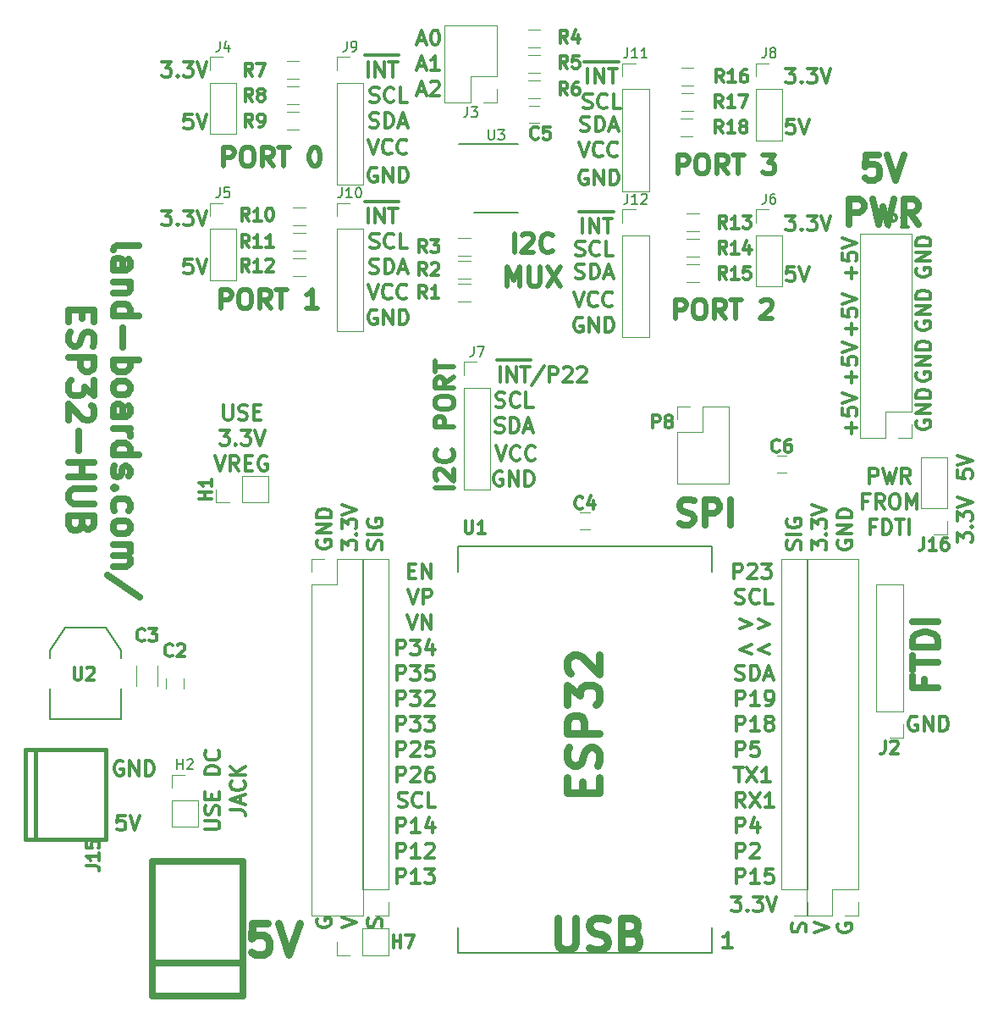
<source format=gbr>
G04 #@! TF.GenerationSoftware,KiCad,Pcbnew,(5.0.2)-1*
G04 #@! TF.CreationDate,2019-04-06T12:56:37-04:00*
G04 #@! TF.ProjectId,ESP32-Hub,45535033-322d-4487-9562-2e6b69636164,2*
G04 #@! TF.SameCoordinates,Original*
G04 #@! TF.FileFunction,Legend,Top*
G04 #@! TF.FilePolarity,Positive*
%FSLAX46Y46*%
G04 Gerber Fmt 4.6, Leading zero omitted, Abs format (unit mm)*
G04 Created by KiCad (PCBNEW (5.0.2)-1) date 4/6/2019 12:56:37 PM*
%MOMM*%
%LPD*%
G01*
G04 APERTURE LIST*
%ADD10C,0.300000*%
%ADD11C,0.635000*%
%ADD12C,0.476250*%
%ADD13C,0.793750*%
%ADD14C,0.120000*%
%ADD15C,0.650000*%
%ADD16C,0.203200*%
%ADD17C,0.381000*%
%ADD18C,0.150000*%
%ADD19C,0.317500*%
G04 APERTURE END LIST*
D10*
X47779571Y-65932857D02*
X48279571Y-65932857D01*
X48493857Y-66718571D02*
X47779571Y-66718571D01*
X47779571Y-65218571D01*
X48493857Y-65218571D01*
X49136714Y-66718571D02*
X49136714Y-65218571D01*
X49993857Y-66718571D01*
X49993857Y-65218571D01*
X47708142Y-67758571D02*
X48208142Y-69258571D01*
X48708142Y-67758571D01*
X49208142Y-69258571D02*
X49208142Y-67758571D01*
X49779571Y-67758571D01*
X49922428Y-67830000D01*
X49993857Y-67901428D01*
X50065285Y-68044285D01*
X50065285Y-68258571D01*
X49993857Y-68401428D01*
X49922428Y-68472857D01*
X49779571Y-68544285D01*
X49208142Y-68544285D01*
X47636714Y-70298571D02*
X48136714Y-71798571D01*
X48636714Y-70298571D01*
X49136714Y-71798571D02*
X49136714Y-70298571D01*
X49993857Y-71798571D01*
X49993857Y-70298571D01*
X80104285Y-103608571D02*
X79247142Y-103608571D01*
X79675714Y-103608571D02*
X79675714Y-102108571D01*
X79532857Y-102322857D01*
X79390000Y-102465714D01*
X79247142Y-102537142D01*
X61329285Y-45462142D02*
X60043571Y-47390714D01*
X61829285Y-47033571D02*
X61829285Y-45533571D01*
X62400714Y-45533571D01*
X62543571Y-45605000D01*
X62615000Y-45676428D01*
X62686428Y-45819285D01*
X62686428Y-46033571D01*
X62615000Y-46176428D01*
X62543571Y-46247857D01*
X62400714Y-46319285D01*
X61829285Y-46319285D01*
X63257857Y-45676428D02*
X63329285Y-45605000D01*
X63472142Y-45533571D01*
X63829285Y-45533571D01*
X63972142Y-45605000D01*
X64043571Y-45676428D01*
X64115000Y-45819285D01*
X64115000Y-45962142D01*
X64043571Y-46176428D01*
X63186428Y-47033571D01*
X64115000Y-47033571D01*
X64686428Y-45676428D02*
X64757857Y-45605000D01*
X64900714Y-45533571D01*
X65257857Y-45533571D01*
X65400714Y-45605000D01*
X65472142Y-45676428D01*
X65543571Y-45819285D01*
X65543571Y-45962142D01*
X65472142Y-46176428D01*
X64615000Y-47033571D01*
X65543571Y-47033571D01*
X56578714Y-44885000D02*
X57293000Y-44885000D01*
X56935857Y-47033571D02*
X56935857Y-45533571D01*
X57293000Y-44885000D02*
X58864428Y-44885000D01*
X57650142Y-47033571D02*
X57650142Y-45533571D01*
X58507285Y-47033571D01*
X58507285Y-45533571D01*
X58864428Y-44885000D02*
X60007285Y-44885000D01*
X59007285Y-45533571D02*
X59864428Y-45533571D01*
X59435857Y-47033571D02*
X59435857Y-45533571D01*
X87475142Y-102028571D02*
X87546571Y-101814285D01*
X87546571Y-101457142D01*
X87475142Y-101314285D01*
X87403714Y-101242857D01*
X87260857Y-101171428D01*
X87118000Y-101171428D01*
X86975142Y-101242857D01*
X86903714Y-101314285D01*
X86832285Y-101457142D01*
X86760857Y-101742857D01*
X86689428Y-101885714D01*
X86618000Y-101957142D01*
X86475142Y-102028571D01*
X86332285Y-102028571D01*
X86189428Y-101957142D01*
X86118000Y-101885714D01*
X86046571Y-101742857D01*
X86046571Y-101385714D01*
X86118000Y-101171428D01*
X90690000Y-101207142D02*
X90618571Y-101350000D01*
X90618571Y-101564285D01*
X90690000Y-101778571D01*
X90832857Y-101921428D01*
X90975714Y-101992857D01*
X91261428Y-102064285D01*
X91475714Y-102064285D01*
X91761428Y-101992857D01*
X91904285Y-101921428D01*
X92047142Y-101778571D01*
X92118571Y-101564285D01*
X92118571Y-101421428D01*
X92047142Y-101207142D01*
X91975714Y-101135714D01*
X91475714Y-101135714D01*
X91475714Y-101421428D01*
X88332571Y-102100000D02*
X89832571Y-101600000D01*
X88332571Y-101100000D01*
X46605000Y-97198571D02*
X46605000Y-95698571D01*
X47176428Y-95698571D01*
X47319285Y-95770000D01*
X47390714Y-95841428D01*
X47462142Y-95984285D01*
X47462142Y-96198571D01*
X47390714Y-96341428D01*
X47319285Y-96412857D01*
X47176428Y-96484285D01*
X46605000Y-96484285D01*
X48890714Y-97198571D02*
X48033571Y-97198571D01*
X48462142Y-97198571D02*
X48462142Y-95698571D01*
X48319285Y-95912857D01*
X48176428Y-96055714D01*
X48033571Y-96127142D01*
X49390714Y-95698571D02*
X50319285Y-95698571D01*
X49819285Y-96270000D01*
X50033571Y-96270000D01*
X50176428Y-96341428D01*
X50247857Y-96412857D01*
X50319285Y-96555714D01*
X50319285Y-96912857D01*
X50247857Y-97055714D01*
X50176428Y-97127142D01*
X50033571Y-97198571D01*
X49605000Y-97198571D01*
X49462142Y-97127142D01*
X49390714Y-97055714D01*
X46605000Y-94658571D02*
X46605000Y-93158571D01*
X47176428Y-93158571D01*
X47319285Y-93230000D01*
X47390714Y-93301428D01*
X47462142Y-93444285D01*
X47462142Y-93658571D01*
X47390714Y-93801428D01*
X47319285Y-93872857D01*
X47176428Y-93944285D01*
X46605000Y-93944285D01*
X48890714Y-94658571D02*
X48033571Y-94658571D01*
X48462142Y-94658571D02*
X48462142Y-93158571D01*
X48319285Y-93372857D01*
X48176428Y-93515714D01*
X48033571Y-93587142D01*
X49462142Y-93301428D02*
X49533571Y-93230000D01*
X49676428Y-93158571D01*
X50033571Y-93158571D01*
X50176428Y-93230000D01*
X50247857Y-93301428D01*
X50319285Y-93444285D01*
X50319285Y-93587142D01*
X50247857Y-93801428D01*
X49390714Y-94658571D01*
X50319285Y-94658571D01*
X46605000Y-92118571D02*
X46605000Y-90618571D01*
X47176428Y-90618571D01*
X47319285Y-90690000D01*
X47390714Y-90761428D01*
X47462142Y-90904285D01*
X47462142Y-91118571D01*
X47390714Y-91261428D01*
X47319285Y-91332857D01*
X47176428Y-91404285D01*
X46605000Y-91404285D01*
X48890714Y-92118571D02*
X48033571Y-92118571D01*
X48462142Y-92118571D02*
X48462142Y-90618571D01*
X48319285Y-90832857D01*
X48176428Y-90975714D01*
X48033571Y-91047142D01*
X50176428Y-91118571D02*
X50176428Y-92118571D01*
X49819285Y-90547142D02*
X49462142Y-91618571D01*
X50390714Y-91618571D01*
X46747857Y-89507142D02*
X46962142Y-89578571D01*
X47319285Y-89578571D01*
X47462142Y-89507142D01*
X47533571Y-89435714D01*
X47605000Y-89292857D01*
X47605000Y-89150000D01*
X47533571Y-89007142D01*
X47462142Y-88935714D01*
X47319285Y-88864285D01*
X47033571Y-88792857D01*
X46890714Y-88721428D01*
X46819285Y-88650000D01*
X46747857Y-88507142D01*
X46747857Y-88364285D01*
X46819285Y-88221428D01*
X46890714Y-88150000D01*
X47033571Y-88078571D01*
X47390714Y-88078571D01*
X47605000Y-88150000D01*
X49105000Y-89435714D02*
X49033571Y-89507142D01*
X48819285Y-89578571D01*
X48676428Y-89578571D01*
X48462142Y-89507142D01*
X48319285Y-89364285D01*
X48247857Y-89221428D01*
X48176428Y-88935714D01*
X48176428Y-88721428D01*
X48247857Y-88435714D01*
X48319285Y-88292857D01*
X48462142Y-88150000D01*
X48676428Y-88078571D01*
X48819285Y-88078571D01*
X49033571Y-88150000D01*
X49105000Y-88221428D01*
X50462142Y-89578571D02*
X49747857Y-89578571D01*
X49747857Y-88078571D01*
X46605000Y-87038571D02*
X46605000Y-85538571D01*
X47176428Y-85538571D01*
X47319285Y-85610000D01*
X47390714Y-85681428D01*
X47462142Y-85824285D01*
X47462142Y-86038571D01*
X47390714Y-86181428D01*
X47319285Y-86252857D01*
X47176428Y-86324285D01*
X46605000Y-86324285D01*
X48033571Y-85681428D02*
X48105000Y-85610000D01*
X48247857Y-85538571D01*
X48605000Y-85538571D01*
X48747857Y-85610000D01*
X48819285Y-85681428D01*
X48890714Y-85824285D01*
X48890714Y-85967142D01*
X48819285Y-86181428D01*
X47962142Y-87038571D01*
X48890714Y-87038571D01*
X50176428Y-85538571D02*
X49890714Y-85538571D01*
X49747857Y-85610000D01*
X49676428Y-85681428D01*
X49533571Y-85895714D01*
X49462142Y-86181428D01*
X49462142Y-86752857D01*
X49533571Y-86895714D01*
X49605000Y-86967142D01*
X49747857Y-87038571D01*
X50033571Y-87038571D01*
X50176428Y-86967142D01*
X50247857Y-86895714D01*
X50319285Y-86752857D01*
X50319285Y-86395714D01*
X50247857Y-86252857D01*
X50176428Y-86181428D01*
X50033571Y-86110000D01*
X49747857Y-86110000D01*
X49605000Y-86181428D01*
X49533571Y-86252857D01*
X49462142Y-86395714D01*
X46605000Y-84498571D02*
X46605000Y-82998571D01*
X47176428Y-82998571D01*
X47319285Y-83070000D01*
X47390714Y-83141428D01*
X47462142Y-83284285D01*
X47462142Y-83498571D01*
X47390714Y-83641428D01*
X47319285Y-83712857D01*
X47176428Y-83784285D01*
X46605000Y-83784285D01*
X48033571Y-83141428D02*
X48105000Y-83070000D01*
X48247857Y-82998571D01*
X48605000Y-82998571D01*
X48747857Y-83070000D01*
X48819285Y-83141428D01*
X48890714Y-83284285D01*
X48890714Y-83427142D01*
X48819285Y-83641428D01*
X47962142Y-84498571D01*
X48890714Y-84498571D01*
X50247857Y-82998571D02*
X49533571Y-82998571D01*
X49462142Y-83712857D01*
X49533571Y-83641428D01*
X49676428Y-83570000D01*
X50033571Y-83570000D01*
X50176428Y-83641428D01*
X50247857Y-83712857D01*
X50319285Y-83855714D01*
X50319285Y-84212857D01*
X50247857Y-84355714D01*
X50176428Y-84427142D01*
X50033571Y-84498571D01*
X49676428Y-84498571D01*
X49533571Y-84427142D01*
X49462142Y-84355714D01*
X46605000Y-81958571D02*
X46605000Y-80458571D01*
X47176428Y-80458571D01*
X47319285Y-80530000D01*
X47390714Y-80601428D01*
X47462142Y-80744285D01*
X47462142Y-80958571D01*
X47390714Y-81101428D01*
X47319285Y-81172857D01*
X47176428Y-81244285D01*
X46605000Y-81244285D01*
X47962142Y-80458571D02*
X48890714Y-80458571D01*
X48390714Y-81030000D01*
X48605000Y-81030000D01*
X48747857Y-81101428D01*
X48819285Y-81172857D01*
X48890714Y-81315714D01*
X48890714Y-81672857D01*
X48819285Y-81815714D01*
X48747857Y-81887142D01*
X48605000Y-81958571D01*
X48176428Y-81958571D01*
X48033571Y-81887142D01*
X47962142Y-81815714D01*
X49390714Y-80458571D02*
X50319285Y-80458571D01*
X49819285Y-81030000D01*
X50033571Y-81030000D01*
X50176428Y-81101428D01*
X50247857Y-81172857D01*
X50319285Y-81315714D01*
X50319285Y-81672857D01*
X50247857Y-81815714D01*
X50176428Y-81887142D01*
X50033571Y-81958571D01*
X49605000Y-81958571D01*
X49462142Y-81887142D01*
X49390714Y-81815714D01*
X46605000Y-79418571D02*
X46605000Y-77918571D01*
X47176428Y-77918571D01*
X47319285Y-77990000D01*
X47390714Y-78061428D01*
X47462142Y-78204285D01*
X47462142Y-78418571D01*
X47390714Y-78561428D01*
X47319285Y-78632857D01*
X47176428Y-78704285D01*
X46605000Y-78704285D01*
X47962142Y-77918571D02*
X48890714Y-77918571D01*
X48390714Y-78490000D01*
X48605000Y-78490000D01*
X48747857Y-78561428D01*
X48819285Y-78632857D01*
X48890714Y-78775714D01*
X48890714Y-79132857D01*
X48819285Y-79275714D01*
X48747857Y-79347142D01*
X48605000Y-79418571D01*
X48176428Y-79418571D01*
X48033571Y-79347142D01*
X47962142Y-79275714D01*
X49462142Y-78061428D02*
X49533571Y-77990000D01*
X49676428Y-77918571D01*
X50033571Y-77918571D01*
X50176428Y-77990000D01*
X50247857Y-78061428D01*
X50319285Y-78204285D01*
X50319285Y-78347142D01*
X50247857Y-78561428D01*
X49390714Y-79418571D01*
X50319285Y-79418571D01*
X46605000Y-76878571D02*
X46605000Y-75378571D01*
X47176428Y-75378571D01*
X47319285Y-75450000D01*
X47390714Y-75521428D01*
X47462142Y-75664285D01*
X47462142Y-75878571D01*
X47390714Y-76021428D01*
X47319285Y-76092857D01*
X47176428Y-76164285D01*
X46605000Y-76164285D01*
X47962142Y-75378571D02*
X48890714Y-75378571D01*
X48390714Y-75950000D01*
X48605000Y-75950000D01*
X48747857Y-76021428D01*
X48819285Y-76092857D01*
X48890714Y-76235714D01*
X48890714Y-76592857D01*
X48819285Y-76735714D01*
X48747857Y-76807142D01*
X48605000Y-76878571D01*
X48176428Y-76878571D01*
X48033571Y-76807142D01*
X47962142Y-76735714D01*
X50247857Y-75378571D02*
X49533571Y-75378571D01*
X49462142Y-76092857D01*
X49533571Y-76021428D01*
X49676428Y-75950000D01*
X50033571Y-75950000D01*
X50176428Y-76021428D01*
X50247857Y-76092857D01*
X50319285Y-76235714D01*
X50319285Y-76592857D01*
X50247857Y-76735714D01*
X50176428Y-76807142D01*
X50033571Y-76878571D01*
X49676428Y-76878571D01*
X49533571Y-76807142D01*
X49462142Y-76735714D01*
X46605000Y-74338571D02*
X46605000Y-72838571D01*
X47176428Y-72838571D01*
X47319285Y-72910000D01*
X47390714Y-72981428D01*
X47462142Y-73124285D01*
X47462142Y-73338571D01*
X47390714Y-73481428D01*
X47319285Y-73552857D01*
X47176428Y-73624285D01*
X46605000Y-73624285D01*
X47962142Y-72838571D02*
X48890714Y-72838571D01*
X48390714Y-73410000D01*
X48605000Y-73410000D01*
X48747857Y-73481428D01*
X48819285Y-73552857D01*
X48890714Y-73695714D01*
X48890714Y-74052857D01*
X48819285Y-74195714D01*
X48747857Y-74267142D01*
X48605000Y-74338571D01*
X48176428Y-74338571D01*
X48033571Y-74267142D01*
X47962142Y-74195714D01*
X50176428Y-73338571D02*
X50176428Y-74338571D01*
X49819285Y-72767142D02*
X49462142Y-73838571D01*
X50390714Y-73838571D01*
X80562142Y-97198571D02*
X80562142Y-95698571D01*
X81133571Y-95698571D01*
X81276428Y-95770000D01*
X81347857Y-95841428D01*
X81419285Y-95984285D01*
X81419285Y-96198571D01*
X81347857Y-96341428D01*
X81276428Y-96412857D01*
X81133571Y-96484285D01*
X80562142Y-96484285D01*
X82847857Y-97198571D02*
X81990714Y-97198571D01*
X82419285Y-97198571D02*
X82419285Y-95698571D01*
X82276428Y-95912857D01*
X82133571Y-96055714D01*
X81990714Y-96127142D01*
X84205000Y-95698571D02*
X83490714Y-95698571D01*
X83419285Y-96412857D01*
X83490714Y-96341428D01*
X83633571Y-96270000D01*
X83990714Y-96270000D01*
X84133571Y-96341428D01*
X84205000Y-96412857D01*
X84276428Y-96555714D01*
X84276428Y-96912857D01*
X84205000Y-97055714D01*
X84133571Y-97127142D01*
X83990714Y-97198571D01*
X83633571Y-97198571D01*
X83490714Y-97127142D01*
X83419285Y-97055714D01*
X80562142Y-94658571D02*
X80562142Y-93158571D01*
X81133571Y-93158571D01*
X81276428Y-93230000D01*
X81347857Y-93301428D01*
X81419285Y-93444285D01*
X81419285Y-93658571D01*
X81347857Y-93801428D01*
X81276428Y-93872857D01*
X81133571Y-93944285D01*
X80562142Y-93944285D01*
X81990714Y-93301428D02*
X82062142Y-93230000D01*
X82205000Y-93158571D01*
X82562142Y-93158571D01*
X82705000Y-93230000D01*
X82776428Y-93301428D01*
X82847857Y-93444285D01*
X82847857Y-93587142D01*
X82776428Y-93801428D01*
X81919285Y-94658571D01*
X82847857Y-94658571D01*
X80562142Y-92118571D02*
X80562142Y-90618571D01*
X81133571Y-90618571D01*
X81276428Y-90690000D01*
X81347857Y-90761428D01*
X81419285Y-90904285D01*
X81419285Y-91118571D01*
X81347857Y-91261428D01*
X81276428Y-91332857D01*
X81133571Y-91404285D01*
X80562142Y-91404285D01*
X82705000Y-91118571D02*
X82705000Y-92118571D01*
X82347857Y-90547142D02*
X81990714Y-91618571D01*
X82919285Y-91618571D01*
X81419285Y-89578571D02*
X80919285Y-88864285D01*
X80562142Y-89578571D02*
X80562142Y-88078571D01*
X81133571Y-88078571D01*
X81276428Y-88150000D01*
X81347857Y-88221428D01*
X81419285Y-88364285D01*
X81419285Y-88578571D01*
X81347857Y-88721428D01*
X81276428Y-88792857D01*
X81133571Y-88864285D01*
X80562142Y-88864285D01*
X81919285Y-88078571D02*
X82919285Y-89578571D01*
X82919285Y-88078571D02*
X81919285Y-89578571D01*
X84276428Y-89578571D02*
X83419285Y-89578571D01*
X83847857Y-89578571D02*
X83847857Y-88078571D01*
X83705000Y-88292857D01*
X83562142Y-88435714D01*
X83419285Y-88507142D01*
X80347857Y-85538571D02*
X81205000Y-85538571D01*
X80776428Y-87038571D02*
X80776428Y-85538571D01*
X81562142Y-85538571D02*
X82562142Y-87038571D01*
X82562142Y-85538571D02*
X81562142Y-87038571D01*
X83919285Y-87038571D02*
X83062142Y-87038571D01*
X83490714Y-87038571D02*
X83490714Y-85538571D01*
X83347857Y-85752857D01*
X83205000Y-85895714D01*
X83062142Y-85967142D01*
X80562142Y-84498571D02*
X80562142Y-82998571D01*
X81133571Y-82998571D01*
X81276428Y-83070000D01*
X81347857Y-83141428D01*
X81419285Y-83284285D01*
X81419285Y-83498571D01*
X81347857Y-83641428D01*
X81276428Y-83712857D01*
X81133571Y-83784285D01*
X80562142Y-83784285D01*
X82776428Y-82998571D02*
X82062142Y-82998571D01*
X81990714Y-83712857D01*
X82062142Y-83641428D01*
X82205000Y-83570000D01*
X82562142Y-83570000D01*
X82705000Y-83641428D01*
X82776428Y-83712857D01*
X82847857Y-83855714D01*
X82847857Y-84212857D01*
X82776428Y-84355714D01*
X82705000Y-84427142D01*
X82562142Y-84498571D01*
X82205000Y-84498571D01*
X82062142Y-84427142D01*
X81990714Y-84355714D01*
X80562142Y-81958571D02*
X80562142Y-80458571D01*
X81133571Y-80458571D01*
X81276428Y-80530000D01*
X81347857Y-80601428D01*
X81419285Y-80744285D01*
X81419285Y-80958571D01*
X81347857Y-81101428D01*
X81276428Y-81172857D01*
X81133571Y-81244285D01*
X80562142Y-81244285D01*
X82847857Y-81958571D02*
X81990714Y-81958571D01*
X82419285Y-81958571D02*
X82419285Y-80458571D01*
X82276428Y-80672857D01*
X82133571Y-80815714D01*
X81990714Y-80887142D01*
X83705000Y-81101428D02*
X83562142Y-81030000D01*
X83490714Y-80958571D01*
X83419285Y-80815714D01*
X83419285Y-80744285D01*
X83490714Y-80601428D01*
X83562142Y-80530000D01*
X83705000Y-80458571D01*
X83990714Y-80458571D01*
X84133571Y-80530000D01*
X84205000Y-80601428D01*
X84276428Y-80744285D01*
X84276428Y-80815714D01*
X84205000Y-80958571D01*
X84133571Y-81030000D01*
X83990714Y-81101428D01*
X83705000Y-81101428D01*
X83562142Y-81172857D01*
X83490714Y-81244285D01*
X83419285Y-81387142D01*
X83419285Y-81672857D01*
X83490714Y-81815714D01*
X83562142Y-81887142D01*
X83705000Y-81958571D01*
X83990714Y-81958571D01*
X84133571Y-81887142D01*
X84205000Y-81815714D01*
X84276428Y-81672857D01*
X84276428Y-81387142D01*
X84205000Y-81244285D01*
X84133571Y-81172857D01*
X83990714Y-81101428D01*
X80562142Y-79418571D02*
X80562142Y-77918571D01*
X81133571Y-77918571D01*
X81276428Y-77990000D01*
X81347857Y-78061428D01*
X81419285Y-78204285D01*
X81419285Y-78418571D01*
X81347857Y-78561428D01*
X81276428Y-78632857D01*
X81133571Y-78704285D01*
X80562142Y-78704285D01*
X82847857Y-79418571D02*
X81990714Y-79418571D01*
X82419285Y-79418571D02*
X82419285Y-77918571D01*
X82276428Y-78132857D01*
X82133571Y-78275714D01*
X81990714Y-78347142D01*
X83562142Y-79418571D02*
X83847857Y-79418571D01*
X83990714Y-79347142D01*
X84062142Y-79275714D01*
X84205000Y-79061428D01*
X84276428Y-78775714D01*
X84276428Y-78204285D01*
X84205000Y-78061428D01*
X84133571Y-77990000D01*
X83990714Y-77918571D01*
X83705000Y-77918571D01*
X83562142Y-77990000D01*
X83490714Y-78061428D01*
X83419285Y-78204285D01*
X83419285Y-78561428D01*
X83490714Y-78704285D01*
X83562142Y-78775714D01*
X83705000Y-78847142D01*
X83990714Y-78847142D01*
X84133571Y-78775714D01*
X84205000Y-78704285D01*
X84276428Y-78561428D01*
X80490714Y-76807142D02*
X80705000Y-76878571D01*
X81062142Y-76878571D01*
X81205000Y-76807142D01*
X81276428Y-76735714D01*
X81347857Y-76592857D01*
X81347857Y-76450000D01*
X81276428Y-76307142D01*
X81205000Y-76235714D01*
X81062142Y-76164285D01*
X80776428Y-76092857D01*
X80633571Y-76021428D01*
X80562142Y-75950000D01*
X80490714Y-75807142D01*
X80490714Y-75664285D01*
X80562142Y-75521428D01*
X80633571Y-75450000D01*
X80776428Y-75378571D01*
X81133571Y-75378571D01*
X81347857Y-75450000D01*
X81990714Y-76878571D02*
X81990714Y-75378571D01*
X82347857Y-75378571D01*
X82562142Y-75450000D01*
X82705000Y-75592857D01*
X82776428Y-75735714D01*
X82847857Y-76021428D01*
X82847857Y-76235714D01*
X82776428Y-76521428D01*
X82705000Y-76664285D01*
X82562142Y-76807142D01*
X82347857Y-76878571D01*
X81990714Y-76878571D01*
X83419285Y-76450000D02*
X84133571Y-76450000D01*
X83276428Y-76878571D02*
X83776428Y-75378571D01*
X84276428Y-76878571D01*
X80308142Y-66718571D02*
X80308142Y-65218571D01*
X80879571Y-65218571D01*
X81022428Y-65290000D01*
X81093857Y-65361428D01*
X81165285Y-65504285D01*
X81165285Y-65718571D01*
X81093857Y-65861428D01*
X81022428Y-65932857D01*
X80879571Y-66004285D01*
X80308142Y-66004285D01*
X81736714Y-65361428D02*
X81808142Y-65290000D01*
X81951000Y-65218571D01*
X82308142Y-65218571D01*
X82451000Y-65290000D01*
X82522428Y-65361428D01*
X82593857Y-65504285D01*
X82593857Y-65647142D01*
X82522428Y-65861428D01*
X81665285Y-66718571D01*
X82593857Y-66718571D01*
X83093857Y-65218571D02*
X84022428Y-65218571D01*
X83522428Y-65790000D01*
X83736714Y-65790000D01*
X83879571Y-65861428D01*
X83951000Y-65932857D01*
X84022428Y-66075714D01*
X84022428Y-66432857D01*
X83951000Y-66575714D01*
X83879571Y-66647142D01*
X83736714Y-66718571D01*
X83308142Y-66718571D01*
X83165285Y-66647142D01*
X83093857Y-66575714D01*
X102683571Y-55883571D02*
X102683571Y-56597857D01*
X103397857Y-56669285D01*
X103326428Y-56597857D01*
X103255000Y-56455000D01*
X103255000Y-56097857D01*
X103326428Y-55955000D01*
X103397857Y-55883571D01*
X103540714Y-55812142D01*
X103897857Y-55812142D01*
X104040714Y-55883571D01*
X104112142Y-55955000D01*
X104183571Y-56097857D01*
X104183571Y-56455000D01*
X104112142Y-56597857D01*
X104040714Y-56669285D01*
X102683571Y-55383571D02*
X104183571Y-54883571D01*
X102683571Y-54383571D01*
X102683571Y-63090714D02*
X102683571Y-62162142D01*
X103255000Y-62662142D01*
X103255000Y-62447857D01*
X103326428Y-62305000D01*
X103397857Y-62233571D01*
X103540714Y-62162142D01*
X103897857Y-62162142D01*
X104040714Y-62233571D01*
X104112142Y-62305000D01*
X104183571Y-62447857D01*
X104183571Y-62876428D01*
X104112142Y-63019285D01*
X104040714Y-63090714D01*
X104040714Y-61519285D02*
X104112142Y-61447857D01*
X104183571Y-61519285D01*
X104112142Y-61590714D01*
X104040714Y-61519285D01*
X104183571Y-61519285D01*
X102683571Y-60947857D02*
X102683571Y-60019285D01*
X103255000Y-60519285D01*
X103255000Y-60305000D01*
X103326428Y-60162142D01*
X103397857Y-60090714D01*
X103540714Y-60019285D01*
X103897857Y-60019285D01*
X104040714Y-60090714D01*
X104112142Y-60162142D01*
X104183571Y-60305000D01*
X104183571Y-60733571D01*
X104112142Y-60876428D01*
X104040714Y-60947857D01*
X102683571Y-59590714D02*
X104183571Y-59090714D01*
X102683571Y-58590714D01*
D11*
X74869523Y-61226095D02*
X75232380Y-61347047D01*
X75837142Y-61347047D01*
X76079047Y-61226095D01*
X76200000Y-61105142D01*
X76320952Y-60863238D01*
X76320952Y-60621333D01*
X76200000Y-60379428D01*
X76079047Y-60258476D01*
X75837142Y-60137523D01*
X75353333Y-60016571D01*
X75111428Y-59895619D01*
X74990476Y-59774666D01*
X74869523Y-59532761D01*
X74869523Y-59290857D01*
X74990476Y-59048952D01*
X75111428Y-58928000D01*
X75353333Y-58807047D01*
X75958095Y-58807047D01*
X76320952Y-58928000D01*
X77409523Y-61347047D02*
X77409523Y-58807047D01*
X78377142Y-58807047D01*
X78619047Y-58928000D01*
X78740000Y-59048952D01*
X78860952Y-59290857D01*
X78860952Y-59653714D01*
X78740000Y-59895619D01*
X78619047Y-60016571D01*
X78377142Y-60137523D01*
X77409523Y-60137523D01*
X79949523Y-61347047D02*
X79949523Y-58807047D01*
X94766190Y-24326547D02*
X93556666Y-24326547D01*
X93435714Y-25536071D01*
X93556666Y-25415119D01*
X93798571Y-25294166D01*
X94403333Y-25294166D01*
X94645238Y-25415119D01*
X94766190Y-25536071D01*
X94887142Y-25777976D01*
X94887142Y-26382738D01*
X94766190Y-26624642D01*
X94645238Y-26745595D01*
X94403333Y-26866547D01*
X93798571Y-26866547D01*
X93556666Y-26745595D01*
X93435714Y-26624642D01*
X95612857Y-24326547D02*
X96459523Y-26866547D01*
X97306190Y-24326547D01*
X91863333Y-31311547D02*
X91863333Y-28771547D01*
X92830952Y-28771547D01*
X93072857Y-28892500D01*
X93193809Y-29013452D01*
X93314761Y-29255357D01*
X93314761Y-29618214D01*
X93193809Y-29860119D01*
X93072857Y-29981071D01*
X92830952Y-30102023D01*
X91863333Y-30102023D01*
X94161428Y-28771547D02*
X94766190Y-31311547D01*
X95250000Y-29497261D01*
X95733809Y-31311547D01*
X96338571Y-28771547D01*
X98757619Y-31311547D02*
X97910952Y-30102023D01*
X97306190Y-31311547D02*
X97306190Y-28771547D01*
X98273809Y-28771547D01*
X98515714Y-28892500D01*
X98636666Y-29013452D01*
X98757619Y-29255357D01*
X98757619Y-29618214D01*
X98636666Y-29860119D01*
X98515714Y-29981071D01*
X98273809Y-30102023D01*
X97306190Y-30102023D01*
D10*
X93885000Y-57183571D02*
X93885000Y-55683571D01*
X94456428Y-55683571D01*
X94599285Y-55755000D01*
X94670714Y-55826428D01*
X94742142Y-55969285D01*
X94742142Y-56183571D01*
X94670714Y-56326428D01*
X94599285Y-56397857D01*
X94456428Y-56469285D01*
X93885000Y-56469285D01*
X95242142Y-55683571D02*
X95599285Y-57183571D01*
X95885000Y-56112142D01*
X96170714Y-57183571D01*
X96527857Y-55683571D01*
X97956428Y-57183571D02*
X97456428Y-56469285D01*
X97099285Y-57183571D02*
X97099285Y-55683571D01*
X97670714Y-55683571D01*
X97813571Y-55755000D01*
X97885000Y-55826428D01*
X97956428Y-55969285D01*
X97956428Y-56183571D01*
X97885000Y-56326428D01*
X97813571Y-56397857D01*
X97670714Y-56469285D01*
X97099285Y-56469285D01*
X93706428Y-58947857D02*
X93206428Y-58947857D01*
X93206428Y-59733571D02*
X93206428Y-58233571D01*
X93920714Y-58233571D01*
X95349285Y-59733571D02*
X94849285Y-59019285D01*
X94492142Y-59733571D02*
X94492142Y-58233571D01*
X95063571Y-58233571D01*
X95206428Y-58305000D01*
X95277857Y-58376428D01*
X95349285Y-58519285D01*
X95349285Y-58733571D01*
X95277857Y-58876428D01*
X95206428Y-58947857D01*
X95063571Y-59019285D01*
X94492142Y-59019285D01*
X96277857Y-58233571D02*
X96563571Y-58233571D01*
X96706428Y-58305000D01*
X96849285Y-58447857D01*
X96920714Y-58733571D01*
X96920714Y-59233571D01*
X96849285Y-59519285D01*
X96706428Y-59662142D01*
X96563571Y-59733571D01*
X96277857Y-59733571D01*
X96135000Y-59662142D01*
X95992142Y-59519285D01*
X95920714Y-59233571D01*
X95920714Y-58733571D01*
X95992142Y-58447857D01*
X96135000Y-58305000D01*
X96277857Y-58233571D01*
X97563571Y-59733571D02*
X97563571Y-58233571D01*
X98063571Y-59305000D01*
X98563571Y-58233571D01*
X98563571Y-59733571D01*
X94420714Y-61497857D02*
X93920714Y-61497857D01*
X93920714Y-62283571D02*
X93920714Y-60783571D01*
X94635000Y-60783571D01*
X95206428Y-62283571D02*
X95206428Y-60783571D01*
X95563571Y-60783571D01*
X95777857Y-60855000D01*
X95920714Y-60997857D01*
X95992142Y-61140714D01*
X96063571Y-61426428D01*
X96063571Y-61640714D01*
X95992142Y-61926428D01*
X95920714Y-62069285D01*
X95777857Y-62212142D01*
X95563571Y-62283571D01*
X95206428Y-62283571D01*
X96492142Y-60783571D02*
X97349285Y-60783571D01*
X96920714Y-62283571D02*
X96920714Y-60783571D01*
X97849285Y-62283571D02*
X97849285Y-60783571D01*
X92055142Y-52220571D02*
X92055142Y-51077714D01*
X92626571Y-51649142D02*
X91483714Y-51649142D01*
X91126571Y-49649142D02*
X91126571Y-50363428D01*
X91840857Y-50434857D01*
X91769428Y-50363428D01*
X91698000Y-50220571D01*
X91698000Y-49863428D01*
X91769428Y-49720571D01*
X91840857Y-49649142D01*
X91983714Y-49577714D01*
X92340857Y-49577714D01*
X92483714Y-49649142D01*
X92555142Y-49720571D01*
X92626571Y-49863428D01*
X92626571Y-50220571D01*
X92555142Y-50363428D01*
X92483714Y-50434857D01*
X91126571Y-49149142D02*
X92626571Y-48649142D01*
X91126571Y-48149142D01*
X92055142Y-47140571D02*
X92055142Y-45997714D01*
X92626571Y-46569142D02*
X91483714Y-46569142D01*
X91126571Y-44569142D02*
X91126571Y-45283428D01*
X91840857Y-45354857D01*
X91769428Y-45283428D01*
X91698000Y-45140571D01*
X91698000Y-44783428D01*
X91769428Y-44640571D01*
X91840857Y-44569142D01*
X91983714Y-44497714D01*
X92340857Y-44497714D01*
X92483714Y-44569142D01*
X92555142Y-44640571D01*
X92626571Y-44783428D01*
X92626571Y-45140571D01*
X92555142Y-45283428D01*
X92483714Y-45354857D01*
X91126571Y-44069142D02*
X92626571Y-43569142D01*
X91126571Y-43069142D01*
X92055142Y-42314571D02*
X92055142Y-41171714D01*
X92626571Y-41743142D02*
X91483714Y-41743142D01*
X91126571Y-39743142D02*
X91126571Y-40457428D01*
X91840857Y-40528857D01*
X91769428Y-40457428D01*
X91698000Y-40314571D01*
X91698000Y-39957428D01*
X91769428Y-39814571D01*
X91840857Y-39743142D01*
X91983714Y-39671714D01*
X92340857Y-39671714D01*
X92483714Y-39743142D01*
X92555142Y-39814571D01*
X92626571Y-39957428D01*
X92626571Y-40314571D01*
X92555142Y-40457428D01*
X92483714Y-40528857D01*
X91126571Y-39243142D02*
X92626571Y-38743142D01*
X91126571Y-38243142D01*
X92055142Y-36726571D02*
X92055142Y-35583714D01*
X92626571Y-36155142D02*
X91483714Y-36155142D01*
X91126571Y-34155142D02*
X91126571Y-34869428D01*
X91840857Y-34940857D01*
X91769428Y-34869428D01*
X91698000Y-34726571D01*
X91698000Y-34369428D01*
X91769428Y-34226571D01*
X91840857Y-34155142D01*
X91983714Y-34083714D01*
X92340857Y-34083714D01*
X92483714Y-34155142D01*
X92555142Y-34226571D01*
X92626571Y-34369428D01*
X92626571Y-34726571D01*
X92555142Y-34869428D01*
X92483714Y-34940857D01*
X91126571Y-33655142D02*
X92626571Y-33155142D01*
X91126571Y-32655142D01*
X98564000Y-35686857D02*
X98492571Y-35829714D01*
X98492571Y-36044000D01*
X98564000Y-36258285D01*
X98706857Y-36401142D01*
X98849714Y-36472571D01*
X99135428Y-36544000D01*
X99349714Y-36544000D01*
X99635428Y-36472571D01*
X99778285Y-36401142D01*
X99921142Y-36258285D01*
X99992571Y-36044000D01*
X99992571Y-35901142D01*
X99921142Y-35686857D01*
X99849714Y-35615428D01*
X99349714Y-35615428D01*
X99349714Y-35901142D01*
X99992571Y-34972571D02*
X98492571Y-34972571D01*
X99992571Y-34115428D01*
X98492571Y-34115428D01*
X99992571Y-33401142D02*
X98492571Y-33401142D01*
X98492571Y-33044000D01*
X98564000Y-32829714D01*
X98706857Y-32686857D01*
X98849714Y-32615428D01*
X99135428Y-32544000D01*
X99349714Y-32544000D01*
X99635428Y-32615428D01*
X99778285Y-32686857D01*
X99921142Y-32829714D01*
X99992571Y-33044000D01*
X99992571Y-33401142D01*
X98564000Y-41020857D02*
X98492571Y-41163714D01*
X98492571Y-41378000D01*
X98564000Y-41592285D01*
X98706857Y-41735142D01*
X98849714Y-41806571D01*
X99135428Y-41878000D01*
X99349714Y-41878000D01*
X99635428Y-41806571D01*
X99778285Y-41735142D01*
X99921142Y-41592285D01*
X99992571Y-41378000D01*
X99992571Y-41235142D01*
X99921142Y-41020857D01*
X99849714Y-40949428D01*
X99349714Y-40949428D01*
X99349714Y-41235142D01*
X99992571Y-40306571D02*
X98492571Y-40306571D01*
X99992571Y-39449428D01*
X98492571Y-39449428D01*
X99992571Y-38735142D02*
X98492571Y-38735142D01*
X98492571Y-38378000D01*
X98564000Y-38163714D01*
X98706857Y-38020857D01*
X98849714Y-37949428D01*
X99135428Y-37878000D01*
X99349714Y-37878000D01*
X99635428Y-37949428D01*
X99778285Y-38020857D01*
X99921142Y-38163714D01*
X99992571Y-38378000D01*
X99992571Y-38735142D01*
X98564000Y-46100857D02*
X98492571Y-46243714D01*
X98492571Y-46458000D01*
X98564000Y-46672285D01*
X98706857Y-46815142D01*
X98849714Y-46886571D01*
X99135428Y-46958000D01*
X99349714Y-46958000D01*
X99635428Y-46886571D01*
X99778285Y-46815142D01*
X99921142Y-46672285D01*
X99992571Y-46458000D01*
X99992571Y-46315142D01*
X99921142Y-46100857D01*
X99849714Y-46029428D01*
X99349714Y-46029428D01*
X99349714Y-46315142D01*
X99992571Y-45386571D02*
X98492571Y-45386571D01*
X99992571Y-44529428D01*
X98492571Y-44529428D01*
X99992571Y-43815142D02*
X98492571Y-43815142D01*
X98492571Y-43458000D01*
X98564000Y-43243714D01*
X98706857Y-43100857D01*
X98849714Y-43029428D01*
X99135428Y-42958000D01*
X99349714Y-42958000D01*
X99635428Y-43029428D01*
X99778285Y-43100857D01*
X99921142Y-43243714D01*
X99992571Y-43458000D01*
X99992571Y-43815142D01*
X98564000Y-50926857D02*
X98492571Y-51069714D01*
X98492571Y-51284000D01*
X98564000Y-51498285D01*
X98706857Y-51641142D01*
X98849714Y-51712571D01*
X99135428Y-51784000D01*
X99349714Y-51784000D01*
X99635428Y-51712571D01*
X99778285Y-51641142D01*
X99921142Y-51498285D01*
X99992571Y-51284000D01*
X99992571Y-51141142D01*
X99921142Y-50926857D01*
X99849714Y-50855428D01*
X99349714Y-50855428D01*
X99349714Y-51141142D01*
X99992571Y-50212571D02*
X98492571Y-50212571D01*
X99992571Y-49355428D01*
X98492571Y-49355428D01*
X99992571Y-48641142D02*
X98492571Y-48641142D01*
X98492571Y-48284000D01*
X98564000Y-48069714D01*
X98706857Y-47926857D01*
X98849714Y-47855428D01*
X99135428Y-47784000D01*
X99349714Y-47784000D01*
X99635428Y-47855428D01*
X99778285Y-47926857D01*
X99921142Y-48069714D01*
X99992571Y-48284000D01*
X99992571Y-48641142D01*
X80081714Y-98492571D02*
X81010285Y-98492571D01*
X80510285Y-99064000D01*
X80724571Y-99064000D01*
X80867428Y-99135428D01*
X80938857Y-99206857D01*
X81010285Y-99349714D01*
X81010285Y-99706857D01*
X80938857Y-99849714D01*
X80867428Y-99921142D01*
X80724571Y-99992571D01*
X80296000Y-99992571D01*
X80153142Y-99921142D01*
X80081714Y-99849714D01*
X81653142Y-99849714D02*
X81724571Y-99921142D01*
X81653142Y-99992571D01*
X81581714Y-99921142D01*
X81653142Y-99849714D01*
X81653142Y-99992571D01*
X82224571Y-98492571D02*
X83153142Y-98492571D01*
X82653142Y-99064000D01*
X82867428Y-99064000D01*
X83010285Y-99135428D01*
X83081714Y-99206857D01*
X83153142Y-99349714D01*
X83153142Y-99706857D01*
X83081714Y-99849714D01*
X83010285Y-99921142D01*
X82867428Y-99992571D01*
X82438857Y-99992571D01*
X82296000Y-99921142D01*
X82224571Y-99849714D01*
X83581714Y-98492571D02*
X84081714Y-99992571D01*
X84581714Y-98492571D01*
X82045714Y-73338571D02*
X80902857Y-73767142D01*
X82045714Y-74195714D01*
X83902857Y-73338571D02*
X82760000Y-73767142D01*
X83902857Y-74195714D01*
X29293571Y-49333571D02*
X29293571Y-50547857D01*
X29365000Y-50690714D01*
X29436428Y-50762142D01*
X29579285Y-50833571D01*
X29865000Y-50833571D01*
X30007857Y-50762142D01*
X30079285Y-50690714D01*
X30150714Y-50547857D01*
X30150714Y-49333571D01*
X30793571Y-50762142D02*
X31007857Y-50833571D01*
X31365000Y-50833571D01*
X31507857Y-50762142D01*
X31579285Y-50690714D01*
X31650714Y-50547857D01*
X31650714Y-50405000D01*
X31579285Y-50262142D01*
X31507857Y-50190714D01*
X31365000Y-50119285D01*
X31079285Y-50047857D01*
X30936428Y-49976428D01*
X30865000Y-49905000D01*
X30793571Y-49762142D01*
X30793571Y-49619285D01*
X30865000Y-49476428D01*
X30936428Y-49405000D01*
X31079285Y-49333571D01*
X31436428Y-49333571D01*
X31650714Y-49405000D01*
X32293571Y-50047857D02*
X32793571Y-50047857D01*
X33007857Y-50833571D02*
X32293571Y-50833571D01*
X32293571Y-49333571D01*
X33007857Y-49333571D01*
X28900714Y-51883571D02*
X29829285Y-51883571D01*
X29329285Y-52455000D01*
X29543571Y-52455000D01*
X29686428Y-52526428D01*
X29757857Y-52597857D01*
X29829285Y-52740714D01*
X29829285Y-53097857D01*
X29757857Y-53240714D01*
X29686428Y-53312142D01*
X29543571Y-53383571D01*
X29115000Y-53383571D01*
X28972142Y-53312142D01*
X28900714Y-53240714D01*
X30472142Y-53240714D02*
X30543571Y-53312142D01*
X30472142Y-53383571D01*
X30400714Y-53312142D01*
X30472142Y-53240714D01*
X30472142Y-53383571D01*
X31043571Y-51883571D02*
X31972142Y-51883571D01*
X31472142Y-52455000D01*
X31686428Y-52455000D01*
X31829285Y-52526428D01*
X31900714Y-52597857D01*
X31972142Y-52740714D01*
X31972142Y-53097857D01*
X31900714Y-53240714D01*
X31829285Y-53312142D01*
X31686428Y-53383571D01*
X31257857Y-53383571D01*
X31115000Y-53312142D01*
X31043571Y-53240714D01*
X32400714Y-51883571D02*
X32900714Y-53383571D01*
X33400714Y-51883571D01*
X28436428Y-54433571D02*
X28936428Y-55933571D01*
X29436428Y-54433571D01*
X30793571Y-55933571D02*
X30293571Y-55219285D01*
X29936428Y-55933571D02*
X29936428Y-54433571D01*
X30507857Y-54433571D01*
X30650714Y-54505000D01*
X30722142Y-54576428D01*
X30793571Y-54719285D01*
X30793571Y-54933571D01*
X30722142Y-55076428D01*
X30650714Y-55147857D01*
X30507857Y-55219285D01*
X29936428Y-55219285D01*
X31436428Y-55147857D02*
X31936428Y-55147857D01*
X32150714Y-55933571D02*
X31436428Y-55933571D01*
X31436428Y-54433571D01*
X32150714Y-54433571D01*
X33579285Y-54505000D02*
X33436428Y-54433571D01*
X33222142Y-54433571D01*
X33007857Y-54505000D01*
X32865000Y-54647857D01*
X32793571Y-54790714D01*
X32722142Y-55076428D01*
X32722142Y-55290714D01*
X32793571Y-55576428D01*
X32865000Y-55719285D01*
X33007857Y-55862142D01*
X33222142Y-55933571D01*
X33365000Y-55933571D01*
X33579285Y-55862142D01*
X33650714Y-55790714D01*
X33650714Y-55290714D01*
X33365000Y-55290714D01*
X19177142Y-84975000D02*
X19034285Y-84903571D01*
X18820000Y-84903571D01*
X18605714Y-84975000D01*
X18462857Y-85117857D01*
X18391428Y-85260714D01*
X18320000Y-85546428D01*
X18320000Y-85760714D01*
X18391428Y-86046428D01*
X18462857Y-86189285D01*
X18605714Y-86332142D01*
X18820000Y-86403571D01*
X18962857Y-86403571D01*
X19177142Y-86332142D01*
X19248571Y-86260714D01*
X19248571Y-85760714D01*
X18962857Y-85760714D01*
X19891428Y-86403571D02*
X19891428Y-84903571D01*
X20748571Y-86403571D01*
X20748571Y-84903571D01*
X21462857Y-86403571D02*
X21462857Y-84903571D01*
X21820000Y-84903571D01*
X22034285Y-84975000D01*
X22177142Y-85117857D01*
X22248571Y-85260714D01*
X22320000Y-85546428D01*
X22320000Y-85760714D01*
X22248571Y-86046428D01*
X22177142Y-86189285D01*
X22034285Y-86332142D01*
X21820000Y-86403571D01*
X21462857Y-86403571D01*
X19399285Y-90364571D02*
X18685000Y-90364571D01*
X18613571Y-91078857D01*
X18685000Y-91007428D01*
X18827857Y-90936000D01*
X19185000Y-90936000D01*
X19327857Y-91007428D01*
X19399285Y-91078857D01*
X19470714Y-91221714D01*
X19470714Y-91578857D01*
X19399285Y-91721714D01*
X19327857Y-91793142D01*
X19185000Y-91864571D01*
X18827857Y-91864571D01*
X18685000Y-91793142D01*
X18613571Y-91721714D01*
X19899285Y-90364571D02*
X20399285Y-91864571D01*
X20899285Y-90364571D01*
X27367571Y-91776857D02*
X28581857Y-91776857D01*
X28724714Y-91705428D01*
X28796142Y-91634000D01*
X28867571Y-91491142D01*
X28867571Y-91205428D01*
X28796142Y-91062571D01*
X28724714Y-90991142D01*
X28581857Y-90919714D01*
X27367571Y-90919714D01*
X28796142Y-90276857D02*
X28867571Y-90062571D01*
X28867571Y-89705428D01*
X28796142Y-89562571D01*
X28724714Y-89491142D01*
X28581857Y-89419714D01*
X28439000Y-89419714D01*
X28296142Y-89491142D01*
X28224714Y-89562571D01*
X28153285Y-89705428D01*
X28081857Y-89991142D01*
X28010428Y-90134000D01*
X27939000Y-90205428D01*
X27796142Y-90276857D01*
X27653285Y-90276857D01*
X27510428Y-90205428D01*
X27439000Y-90134000D01*
X27367571Y-89991142D01*
X27367571Y-89634000D01*
X27439000Y-89419714D01*
X28081857Y-88776857D02*
X28081857Y-88276857D01*
X28867571Y-88062571D02*
X28867571Y-88776857D01*
X27367571Y-88776857D01*
X27367571Y-88062571D01*
X28867571Y-86276857D02*
X27367571Y-86276857D01*
X27367571Y-85919714D01*
X27439000Y-85705428D01*
X27581857Y-85562571D01*
X27724714Y-85491142D01*
X28010428Y-85419714D01*
X28224714Y-85419714D01*
X28510428Y-85491142D01*
X28653285Y-85562571D01*
X28796142Y-85705428D01*
X28867571Y-85919714D01*
X28867571Y-86276857D01*
X28724714Y-83919714D02*
X28796142Y-83991142D01*
X28867571Y-84205428D01*
X28867571Y-84348285D01*
X28796142Y-84562571D01*
X28653285Y-84705428D01*
X28510428Y-84776857D01*
X28224714Y-84848285D01*
X28010428Y-84848285D01*
X27724714Y-84776857D01*
X27581857Y-84705428D01*
X27439000Y-84562571D01*
X27367571Y-84348285D01*
X27367571Y-84205428D01*
X27439000Y-83991142D01*
X27510428Y-83919714D01*
X29917571Y-89812571D02*
X30989000Y-89812571D01*
X31203285Y-89884000D01*
X31346142Y-90026857D01*
X31417571Y-90241142D01*
X31417571Y-90384000D01*
X30989000Y-89169714D02*
X30989000Y-88455428D01*
X31417571Y-89312571D02*
X29917571Y-88812571D01*
X31417571Y-88312571D01*
X31274714Y-86955428D02*
X31346142Y-87026857D01*
X31417571Y-87241142D01*
X31417571Y-87384000D01*
X31346142Y-87598285D01*
X31203285Y-87741142D01*
X31060428Y-87812571D01*
X30774714Y-87884000D01*
X30560428Y-87884000D01*
X30274714Y-87812571D01*
X30131857Y-87741142D01*
X29989000Y-87598285D01*
X29917571Y-87384000D01*
X29917571Y-87241142D01*
X29989000Y-87026857D01*
X30060428Y-86955428D01*
X31417571Y-86312571D02*
X29917571Y-86312571D01*
X31417571Y-85455428D02*
X30560428Y-86098285D01*
X29917571Y-85455428D02*
X30774714Y-86312571D01*
X38620000Y-62864142D02*
X38548571Y-63007000D01*
X38548571Y-63221285D01*
X38620000Y-63435571D01*
X38762857Y-63578428D01*
X38905714Y-63649857D01*
X39191428Y-63721285D01*
X39405714Y-63721285D01*
X39691428Y-63649857D01*
X39834285Y-63578428D01*
X39977142Y-63435571D01*
X40048571Y-63221285D01*
X40048571Y-63078428D01*
X39977142Y-62864142D01*
X39905714Y-62792714D01*
X39405714Y-62792714D01*
X39405714Y-63078428D01*
X40048571Y-62149857D02*
X38548571Y-62149857D01*
X40048571Y-61292714D01*
X38548571Y-61292714D01*
X40048571Y-60578428D02*
X38548571Y-60578428D01*
X38548571Y-60221285D01*
X38620000Y-60007000D01*
X38762857Y-59864142D01*
X38905714Y-59792714D01*
X39191428Y-59721285D01*
X39405714Y-59721285D01*
X39691428Y-59792714D01*
X39834285Y-59864142D01*
X39977142Y-60007000D01*
X40048571Y-60221285D01*
X40048571Y-60578428D01*
X41088571Y-63852714D02*
X41088571Y-62924142D01*
X41660000Y-63424142D01*
X41660000Y-63209857D01*
X41731428Y-63067000D01*
X41802857Y-62995571D01*
X41945714Y-62924142D01*
X42302857Y-62924142D01*
X42445714Y-62995571D01*
X42517142Y-63067000D01*
X42588571Y-63209857D01*
X42588571Y-63638428D01*
X42517142Y-63781285D01*
X42445714Y-63852714D01*
X42445714Y-62281285D02*
X42517142Y-62209857D01*
X42588571Y-62281285D01*
X42517142Y-62352714D01*
X42445714Y-62281285D01*
X42588571Y-62281285D01*
X41088571Y-61709857D02*
X41088571Y-60781285D01*
X41660000Y-61281285D01*
X41660000Y-61067000D01*
X41731428Y-60924142D01*
X41802857Y-60852714D01*
X41945714Y-60781285D01*
X42302857Y-60781285D01*
X42445714Y-60852714D01*
X42517142Y-60924142D01*
X42588571Y-61067000D01*
X42588571Y-61495571D01*
X42517142Y-61638428D01*
X42445714Y-61709857D01*
X41088571Y-60352714D02*
X42588571Y-59852714D01*
X41088571Y-59352714D01*
X45057142Y-63781285D02*
X45128571Y-63567000D01*
X45128571Y-63209857D01*
X45057142Y-63067000D01*
X44985714Y-62995571D01*
X44842857Y-62924142D01*
X44700000Y-62924142D01*
X44557142Y-62995571D01*
X44485714Y-63067000D01*
X44414285Y-63209857D01*
X44342857Y-63495571D01*
X44271428Y-63638428D01*
X44200000Y-63709857D01*
X44057142Y-63781285D01*
X43914285Y-63781285D01*
X43771428Y-63709857D01*
X43700000Y-63638428D01*
X43628571Y-63495571D01*
X43628571Y-63138428D01*
X43700000Y-62924142D01*
X45128571Y-62281285D02*
X43628571Y-62281285D01*
X43700000Y-60781285D02*
X43628571Y-60924142D01*
X43628571Y-61138428D01*
X43700000Y-61352714D01*
X43842857Y-61495571D01*
X43985714Y-61567000D01*
X44271428Y-61638428D01*
X44485714Y-61638428D01*
X44771428Y-61567000D01*
X44914285Y-61495571D01*
X45057142Y-61352714D01*
X45128571Y-61138428D01*
X45128571Y-60995571D01*
X45057142Y-60781285D01*
X44985714Y-60709857D01*
X44485714Y-60709857D01*
X44485714Y-60995571D01*
X86967142Y-63781285D02*
X87038571Y-63567000D01*
X87038571Y-63209857D01*
X86967142Y-63067000D01*
X86895714Y-62995571D01*
X86752857Y-62924142D01*
X86610000Y-62924142D01*
X86467142Y-62995571D01*
X86395714Y-63067000D01*
X86324285Y-63209857D01*
X86252857Y-63495571D01*
X86181428Y-63638428D01*
X86110000Y-63709857D01*
X85967142Y-63781285D01*
X85824285Y-63781285D01*
X85681428Y-63709857D01*
X85610000Y-63638428D01*
X85538571Y-63495571D01*
X85538571Y-63138428D01*
X85610000Y-62924142D01*
X87038571Y-62281285D02*
X85538571Y-62281285D01*
X85610000Y-60781285D02*
X85538571Y-60924142D01*
X85538571Y-61138428D01*
X85610000Y-61352714D01*
X85752857Y-61495571D01*
X85895714Y-61567000D01*
X86181428Y-61638428D01*
X86395714Y-61638428D01*
X86681428Y-61567000D01*
X86824285Y-61495571D01*
X86967142Y-61352714D01*
X87038571Y-61138428D01*
X87038571Y-60995571D01*
X86967142Y-60781285D01*
X86895714Y-60709857D01*
X86395714Y-60709857D01*
X86395714Y-60995571D01*
X88078571Y-63852714D02*
X88078571Y-62924142D01*
X88650000Y-63424142D01*
X88650000Y-63209857D01*
X88721428Y-63067000D01*
X88792857Y-62995571D01*
X88935714Y-62924142D01*
X89292857Y-62924142D01*
X89435714Y-62995571D01*
X89507142Y-63067000D01*
X89578571Y-63209857D01*
X89578571Y-63638428D01*
X89507142Y-63781285D01*
X89435714Y-63852714D01*
X89435714Y-62281285D02*
X89507142Y-62209857D01*
X89578571Y-62281285D01*
X89507142Y-62352714D01*
X89435714Y-62281285D01*
X89578571Y-62281285D01*
X88078571Y-61709857D02*
X88078571Y-60781285D01*
X88650000Y-61281285D01*
X88650000Y-61067000D01*
X88721428Y-60924142D01*
X88792857Y-60852714D01*
X88935714Y-60781285D01*
X89292857Y-60781285D01*
X89435714Y-60852714D01*
X89507142Y-60924142D01*
X89578571Y-61067000D01*
X89578571Y-61495571D01*
X89507142Y-61638428D01*
X89435714Y-61709857D01*
X88078571Y-60352714D02*
X89578571Y-59852714D01*
X88078571Y-59352714D01*
X90690000Y-62924142D02*
X90618571Y-63067000D01*
X90618571Y-63281285D01*
X90690000Y-63495571D01*
X90832857Y-63638428D01*
X90975714Y-63709857D01*
X91261428Y-63781285D01*
X91475714Y-63781285D01*
X91761428Y-63709857D01*
X91904285Y-63638428D01*
X92047142Y-63495571D01*
X92118571Y-63281285D01*
X92118571Y-63138428D01*
X92047142Y-62924142D01*
X91975714Y-62852714D01*
X91475714Y-62852714D01*
X91475714Y-63138428D01*
X92118571Y-62209857D02*
X90618571Y-62209857D01*
X92118571Y-61352714D01*
X90618571Y-61352714D01*
X92118571Y-60638428D02*
X90618571Y-60638428D01*
X90618571Y-60281285D01*
X90690000Y-60067000D01*
X90832857Y-59924142D01*
X90975714Y-59852714D01*
X91261428Y-59781285D01*
X91475714Y-59781285D01*
X91761428Y-59852714D01*
X91904285Y-59924142D01*
X92047142Y-60067000D01*
X92118571Y-60281285D01*
X92118571Y-60638428D01*
X38620000Y-100707142D02*
X38548571Y-100850000D01*
X38548571Y-101064285D01*
X38620000Y-101278571D01*
X38762857Y-101421428D01*
X38905714Y-101492857D01*
X39191428Y-101564285D01*
X39405714Y-101564285D01*
X39691428Y-101492857D01*
X39834285Y-101421428D01*
X39977142Y-101278571D01*
X40048571Y-101064285D01*
X40048571Y-100921428D01*
X39977142Y-100707142D01*
X39905714Y-100635714D01*
X39405714Y-100635714D01*
X39405714Y-100921428D01*
X41088571Y-101600000D02*
X42588571Y-101100000D01*
X41088571Y-100600000D01*
X45057142Y-101528571D02*
X45128571Y-101314285D01*
X45128571Y-100957142D01*
X45057142Y-100814285D01*
X44985714Y-100742857D01*
X44842857Y-100671428D01*
X44700000Y-100671428D01*
X44557142Y-100742857D01*
X44485714Y-100814285D01*
X44414285Y-100957142D01*
X44342857Y-101242857D01*
X44271428Y-101385714D01*
X44200000Y-101457142D01*
X44057142Y-101528571D01*
X43914285Y-101528571D01*
X43771428Y-101457142D01*
X43700000Y-101385714D01*
X43628571Y-101242857D01*
X43628571Y-100885714D01*
X43700000Y-100671428D01*
X80480714Y-69187142D02*
X80695000Y-69258571D01*
X81052142Y-69258571D01*
X81195000Y-69187142D01*
X81266428Y-69115714D01*
X81337857Y-68972857D01*
X81337857Y-68830000D01*
X81266428Y-68687142D01*
X81195000Y-68615714D01*
X81052142Y-68544285D01*
X80766428Y-68472857D01*
X80623571Y-68401428D01*
X80552142Y-68330000D01*
X80480714Y-68187142D01*
X80480714Y-68044285D01*
X80552142Y-67901428D01*
X80623571Y-67830000D01*
X80766428Y-67758571D01*
X81123571Y-67758571D01*
X81337857Y-67830000D01*
X82837857Y-69115714D02*
X82766428Y-69187142D01*
X82552142Y-69258571D01*
X82409285Y-69258571D01*
X82195000Y-69187142D01*
X82052142Y-69044285D01*
X81980714Y-68901428D01*
X81909285Y-68615714D01*
X81909285Y-68401428D01*
X81980714Y-68115714D01*
X82052142Y-67972857D01*
X82195000Y-67830000D01*
X82409285Y-67758571D01*
X82552142Y-67758571D01*
X82766428Y-67830000D01*
X82837857Y-67901428D01*
X84195000Y-69258571D02*
X83480714Y-69258571D01*
X83480714Y-67758571D01*
X98611428Y-80530000D02*
X98468571Y-80458571D01*
X98254285Y-80458571D01*
X98040000Y-80530000D01*
X97897142Y-80672857D01*
X97825714Y-80815714D01*
X97754285Y-81101428D01*
X97754285Y-81315714D01*
X97825714Y-81601428D01*
X97897142Y-81744285D01*
X98040000Y-81887142D01*
X98254285Y-81958571D01*
X98397142Y-81958571D01*
X98611428Y-81887142D01*
X98682857Y-81815714D01*
X98682857Y-81315714D01*
X98397142Y-81315714D01*
X99325714Y-81958571D02*
X99325714Y-80458571D01*
X100182857Y-81958571D01*
X100182857Y-80458571D01*
X100897142Y-81958571D02*
X100897142Y-80458571D01*
X101254285Y-80458571D01*
X101468571Y-80530000D01*
X101611428Y-80672857D01*
X101682857Y-80815714D01*
X101754285Y-81101428D01*
X101754285Y-81315714D01*
X101682857Y-81601428D01*
X101611428Y-81744285D01*
X101468571Y-81887142D01*
X101254285Y-81958571D01*
X100897142Y-81958571D01*
X80902857Y-70798571D02*
X82045714Y-71227142D01*
X80902857Y-71655714D01*
X82760000Y-70798571D02*
X83902857Y-71227142D01*
X82760000Y-71655714D01*
D11*
X99386571Y-76774523D02*
X99386571Y-77621190D01*
X100717047Y-77621190D02*
X98177047Y-77621190D01*
X98177047Y-76411666D01*
X98177047Y-75806904D02*
X98177047Y-74355476D01*
X100717047Y-75081190D02*
X98177047Y-75081190D01*
X100717047Y-73508809D02*
X98177047Y-73508809D01*
X98177047Y-72904047D01*
X98298000Y-72541190D01*
X98539904Y-72299285D01*
X98781809Y-72178333D01*
X99265619Y-72057380D01*
X99628476Y-72057380D01*
X100112285Y-72178333D01*
X100354190Y-72299285D01*
X100596095Y-72541190D01*
X100717047Y-72904047D01*
X100717047Y-73508809D01*
X100717047Y-70968809D02*
X98177047Y-70968809D01*
D12*
X52296785Y-57648928D02*
X50391785Y-57648928D01*
X50573214Y-56832500D02*
X50482500Y-56741785D01*
X50391785Y-56560357D01*
X50391785Y-56106785D01*
X50482500Y-55925357D01*
X50573214Y-55834642D01*
X50754642Y-55743928D01*
X50936071Y-55743928D01*
X51208214Y-55834642D01*
X52296785Y-56923214D01*
X52296785Y-55743928D01*
X52115357Y-53838928D02*
X52206071Y-53929642D01*
X52296785Y-54201785D01*
X52296785Y-54383214D01*
X52206071Y-54655357D01*
X52024642Y-54836785D01*
X51843214Y-54927500D01*
X51480357Y-55018214D01*
X51208214Y-55018214D01*
X50845357Y-54927500D01*
X50663928Y-54836785D01*
X50482500Y-54655357D01*
X50391785Y-54383214D01*
X50391785Y-54201785D01*
X50482500Y-53929642D01*
X50573214Y-53838928D01*
X52296785Y-51571071D02*
X50391785Y-51571071D01*
X50391785Y-50845357D01*
X50482500Y-50663928D01*
X50573214Y-50573214D01*
X50754642Y-50482500D01*
X51026785Y-50482500D01*
X51208214Y-50573214D01*
X51298928Y-50663928D01*
X51389642Y-50845357D01*
X51389642Y-51571071D01*
X50391785Y-49303214D02*
X50391785Y-48940357D01*
X50482500Y-48758928D01*
X50663928Y-48577500D01*
X51026785Y-48486785D01*
X51661785Y-48486785D01*
X52024642Y-48577500D01*
X52206071Y-48758928D01*
X52296785Y-48940357D01*
X52296785Y-49303214D01*
X52206071Y-49484642D01*
X52024642Y-49666071D01*
X51661785Y-49756785D01*
X51026785Y-49756785D01*
X50663928Y-49666071D01*
X50482500Y-49484642D01*
X50391785Y-49303214D01*
X52296785Y-46581785D02*
X51389642Y-47216785D01*
X52296785Y-47670357D02*
X50391785Y-47670357D01*
X50391785Y-46944642D01*
X50482500Y-46763214D01*
X50573214Y-46672500D01*
X50754642Y-46581785D01*
X51026785Y-46581785D01*
X51208214Y-46672500D01*
X51298928Y-46763214D01*
X51389642Y-46944642D01*
X51389642Y-47670357D01*
X50391785Y-46037500D02*
X50391785Y-44948928D01*
X52296785Y-45493214D02*
X50391785Y-45493214D01*
D10*
X56547000Y-53407571D02*
X57047000Y-54907571D01*
X57547000Y-53407571D01*
X58904142Y-54764714D02*
X58832714Y-54836142D01*
X58618428Y-54907571D01*
X58475571Y-54907571D01*
X58261285Y-54836142D01*
X58118428Y-54693285D01*
X58047000Y-54550428D01*
X57975571Y-54264714D01*
X57975571Y-54050428D01*
X58047000Y-53764714D01*
X58118428Y-53621857D01*
X58261285Y-53479000D01*
X58475571Y-53407571D01*
X58618428Y-53407571D01*
X58832714Y-53479000D01*
X58904142Y-53550428D01*
X60404142Y-54764714D02*
X60332714Y-54836142D01*
X60118428Y-54907571D01*
X59975571Y-54907571D01*
X59761285Y-54836142D01*
X59618428Y-54693285D01*
X59547000Y-54550428D01*
X59475571Y-54264714D01*
X59475571Y-54050428D01*
X59547000Y-53764714D01*
X59618428Y-53621857D01*
X59761285Y-53479000D01*
X59975571Y-53407571D01*
X60118428Y-53407571D01*
X60332714Y-53479000D01*
X60404142Y-53550428D01*
X56471571Y-52042142D02*
X56685857Y-52113571D01*
X57043000Y-52113571D01*
X57185857Y-52042142D01*
X57257285Y-51970714D01*
X57328714Y-51827857D01*
X57328714Y-51685000D01*
X57257285Y-51542142D01*
X57185857Y-51470714D01*
X57043000Y-51399285D01*
X56757285Y-51327857D01*
X56614428Y-51256428D01*
X56543000Y-51185000D01*
X56471571Y-51042142D01*
X56471571Y-50899285D01*
X56543000Y-50756428D01*
X56614428Y-50685000D01*
X56757285Y-50613571D01*
X57114428Y-50613571D01*
X57328714Y-50685000D01*
X57971571Y-52113571D02*
X57971571Y-50613571D01*
X58328714Y-50613571D01*
X58543000Y-50685000D01*
X58685857Y-50827857D01*
X58757285Y-50970714D01*
X58828714Y-51256428D01*
X58828714Y-51470714D01*
X58757285Y-51756428D01*
X58685857Y-51899285D01*
X58543000Y-52042142D01*
X58328714Y-52113571D01*
X57971571Y-52113571D01*
X59400142Y-51685000D02*
X60114428Y-51685000D01*
X59257285Y-52113571D02*
X59757285Y-50613571D01*
X60257285Y-52113571D01*
X57150142Y-56019000D02*
X57007285Y-55947571D01*
X56793000Y-55947571D01*
X56578714Y-56019000D01*
X56435857Y-56161857D01*
X56364428Y-56304714D01*
X56293000Y-56590428D01*
X56293000Y-56804714D01*
X56364428Y-57090428D01*
X56435857Y-57233285D01*
X56578714Y-57376142D01*
X56793000Y-57447571D01*
X56935857Y-57447571D01*
X57150142Y-57376142D01*
X57221571Y-57304714D01*
X57221571Y-56804714D01*
X56935857Y-56804714D01*
X57864428Y-57447571D02*
X57864428Y-55947571D01*
X58721571Y-57447571D01*
X58721571Y-55947571D01*
X59435857Y-57447571D02*
X59435857Y-55947571D01*
X59793000Y-55947571D01*
X60007285Y-56019000D01*
X60150142Y-56161857D01*
X60221571Y-56304714D01*
X60293000Y-56590428D01*
X60293000Y-56804714D01*
X60221571Y-57090428D01*
X60150142Y-57233285D01*
X60007285Y-57376142D01*
X59793000Y-57447571D01*
X59435857Y-57447571D01*
X56507285Y-49502142D02*
X56721571Y-49573571D01*
X57078714Y-49573571D01*
X57221571Y-49502142D01*
X57293000Y-49430714D01*
X57364428Y-49287857D01*
X57364428Y-49145000D01*
X57293000Y-49002142D01*
X57221571Y-48930714D01*
X57078714Y-48859285D01*
X56793000Y-48787857D01*
X56650142Y-48716428D01*
X56578714Y-48645000D01*
X56507285Y-48502142D01*
X56507285Y-48359285D01*
X56578714Y-48216428D01*
X56650142Y-48145000D01*
X56793000Y-48073571D01*
X57150142Y-48073571D01*
X57364428Y-48145000D01*
X58864428Y-49430714D02*
X58793000Y-49502142D01*
X58578714Y-49573571D01*
X58435857Y-49573571D01*
X58221571Y-49502142D01*
X58078714Y-49359285D01*
X58007285Y-49216428D01*
X57935857Y-48930714D01*
X57935857Y-48716428D01*
X58007285Y-48430714D01*
X58078714Y-48287857D01*
X58221571Y-48145000D01*
X58435857Y-48073571D01*
X58578714Y-48073571D01*
X58793000Y-48145000D01*
X58864428Y-48216428D01*
X60221571Y-49573571D02*
X59507285Y-49573571D01*
X59507285Y-48073571D01*
X48712571Y-18030000D02*
X49426857Y-18030000D01*
X48569714Y-18458571D02*
X49069714Y-16958571D01*
X49569714Y-18458571D01*
X49998285Y-17101428D02*
X50069714Y-17030000D01*
X50212571Y-16958571D01*
X50569714Y-16958571D01*
X50712571Y-17030000D01*
X50784000Y-17101428D01*
X50855428Y-17244285D01*
X50855428Y-17387142D01*
X50784000Y-17601428D01*
X49926857Y-18458571D01*
X50855428Y-18458571D01*
X48712571Y-15490000D02*
X49426857Y-15490000D01*
X48569714Y-15918571D02*
X49069714Y-14418571D01*
X49569714Y-15918571D01*
X50855428Y-15918571D02*
X49998285Y-15918571D01*
X50426857Y-15918571D02*
X50426857Y-14418571D01*
X50284000Y-14632857D01*
X50141142Y-14775714D01*
X49998285Y-14847142D01*
X48712571Y-12950000D02*
X49426857Y-12950000D01*
X48569714Y-13378571D02*
X49069714Y-11878571D01*
X49569714Y-13378571D01*
X50355428Y-11878571D02*
X50498285Y-11878571D01*
X50641142Y-11950000D01*
X50712571Y-12021428D01*
X50784000Y-12164285D01*
X50855428Y-12450000D01*
X50855428Y-12807142D01*
X50784000Y-13092857D01*
X50712571Y-13235714D01*
X50641142Y-13307142D01*
X50498285Y-13378571D01*
X50355428Y-13378571D01*
X50212571Y-13307142D01*
X50141142Y-13235714D01*
X50069714Y-13092857D01*
X49998285Y-12807142D01*
X49998285Y-12450000D01*
X50069714Y-12164285D01*
X50141142Y-12021428D01*
X50212571Y-11950000D01*
X50355428Y-11878571D01*
X86356428Y-20768571D02*
X85642142Y-20768571D01*
X85570714Y-21482857D01*
X85642142Y-21411428D01*
X85785000Y-21340000D01*
X86142142Y-21340000D01*
X86285000Y-21411428D01*
X86356428Y-21482857D01*
X86427857Y-21625714D01*
X86427857Y-21982857D01*
X86356428Y-22125714D01*
X86285000Y-22197142D01*
X86142142Y-22268571D01*
X85785000Y-22268571D01*
X85642142Y-22197142D01*
X85570714Y-22125714D01*
X86856428Y-20768571D02*
X87356428Y-22268571D01*
X87856428Y-20768571D01*
X85499285Y-15688571D02*
X86427857Y-15688571D01*
X85927857Y-16260000D01*
X86142142Y-16260000D01*
X86285000Y-16331428D01*
X86356428Y-16402857D01*
X86427857Y-16545714D01*
X86427857Y-16902857D01*
X86356428Y-17045714D01*
X86285000Y-17117142D01*
X86142142Y-17188571D01*
X85713571Y-17188571D01*
X85570714Y-17117142D01*
X85499285Y-17045714D01*
X87070714Y-17045714D02*
X87142142Y-17117142D01*
X87070714Y-17188571D01*
X86999285Y-17117142D01*
X87070714Y-17045714D01*
X87070714Y-17188571D01*
X87642142Y-15688571D02*
X88570714Y-15688571D01*
X88070714Y-16260000D01*
X88285000Y-16260000D01*
X88427857Y-16331428D01*
X88499285Y-16402857D01*
X88570714Y-16545714D01*
X88570714Y-16902857D01*
X88499285Y-17045714D01*
X88427857Y-17117142D01*
X88285000Y-17188571D01*
X87856428Y-17188571D01*
X87713571Y-17117142D01*
X87642142Y-17045714D01*
X88999285Y-15688571D02*
X89499285Y-17188571D01*
X89999285Y-15688571D01*
X85499285Y-30420571D02*
X86427857Y-30420571D01*
X85927857Y-30992000D01*
X86142142Y-30992000D01*
X86285000Y-31063428D01*
X86356428Y-31134857D01*
X86427857Y-31277714D01*
X86427857Y-31634857D01*
X86356428Y-31777714D01*
X86285000Y-31849142D01*
X86142142Y-31920571D01*
X85713571Y-31920571D01*
X85570714Y-31849142D01*
X85499285Y-31777714D01*
X87070714Y-31777714D02*
X87142142Y-31849142D01*
X87070714Y-31920571D01*
X86999285Y-31849142D01*
X87070714Y-31777714D01*
X87070714Y-31920571D01*
X87642142Y-30420571D02*
X88570714Y-30420571D01*
X88070714Y-30992000D01*
X88285000Y-30992000D01*
X88427857Y-31063428D01*
X88499285Y-31134857D01*
X88570714Y-31277714D01*
X88570714Y-31634857D01*
X88499285Y-31777714D01*
X88427857Y-31849142D01*
X88285000Y-31920571D01*
X87856428Y-31920571D01*
X87713571Y-31849142D01*
X87642142Y-31777714D01*
X88999285Y-30420571D02*
X89499285Y-31920571D01*
X89999285Y-30420571D01*
X23102142Y-29912571D02*
X24030714Y-29912571D01*
X23530714Y-30484000D01*
X23745000Y-30484000D01*
X23887857Y-30555428D01*
X23959285Y-30626857D01*
X24030714Y-30769714D01*
X24030714Y-31126857D01*
X23959285Y-31269714D01*
X23887857Y-31341142D01*
X23745000Y-31412571D01*
X23316428Y-31412571D01*
X23173571Y-31341142D01*
X23102142Y-31269714D01*
X24673571Y-31269714D02*
X24745000Y-31341142D01*
X24673571Y-31412571D01*
X24602142Y-31341142D01*
X24673571Y-31269714D01*
X24673571Y-31412571D01*
X25245000Y-29912571D02*
X26173571Y-29912571D01*
X25673571Y-30484000D01*
X25887857Y-30484000D01*
X26030714Y-30555428D01*
X26102142Y-30626857D01*
X26173571Y-30769714D01*
X26173571Y-31126857D01*
X26102142Y-31269714D01*
X26030714Y-31341142D01*
X25887857Y-31412571D01*
X25459285Y-31412571D01*
X25316428Y-31341142D01*
X25245000Y-31269714D01*
X26602142Y-29912571D02*
X27102142Y-31412571D01*
X27602142Y-29912571D01*
X86356428Y-35500571D02*
X85642142Y-35500571D01*
X85570714Y-36214857D01*
X85642142Y-36143428D01*
X85785000Y-36072000D01*
X86142142Y-36072000D01*
X86285000Y-36143428D01*
X86356428Y-36214857D01*
X86427857Y-36357714D01*
X86427857Y-36714857D01*
X86356428Y-36857714D01*
X86285000Y-36929142D01*
X86142142Y-37000571D01*
X85785000Y-37000571D01*
X85642142Y-36929142D01*
X85570714Y-36857714D01*
X86856428Y-35500571D02*
X87356428Y-37000571D01*
X87856428Y-35500571D01*
X26102142Y-34738571D02*
X25387857Y-34738571D01*
X25316428Y-35452857D01*
X25387857Y-35381428D01*
X25530714Y-35310000D01*
X25887857Y-35310000D01*
X26030714Y-35381428D01*
X26102142Y-35452857D01*
X26173571Y-35595714D01*
X26173571Y-35952857D01*
X26102142Y-36095714D01*
X26030714Y-36167142D01*
X25887857Y-36238571D01*
X25530714Y-36238571D01*
X25387857Y-36167142D01*
X25316428Y-36095714D01*
X26602142Y-34738571D02*
X27102142Y-36238571D01*
X27602142Y-34738571D01*
X26102142Y-20260571D02*
X25387857Y-20260571D01*
X25316428Y-20974857D01*
X25387857Y-20903428D01*
X25530714Y-20832000D01*
X25887857Y-20832000D01*
X26030714Y-20903428D01*
X26102142Y-20974857D01*
X26173571Y-21117714D01*
X26173571Y-21474857D01*
X26102142Y-21617714D01*
X26030714Y-21689142D01*
X25887857Y-21760571D01*
X25530714Y-21760571D01*
X25387857Y-21689142D01*
X25316428Y-21617714D01*
X26602142Y-20260571D02*
X27102142Y-21760571D01*
X27602142Y-20260571D01*
X23102142Y-15053571D02*
X24030714Y-15053571D01*
X23530714Y-15625000D01*
X23745000Y-15625000D01*
X23887857Y-15696428D01*
X23959285Y-15767857D01*
X24030714Y-15910714D01*
X24030714Y-16267857D01*
X23959285Y-16410714D01*
X23887857Y-16482142D01*
X23745000Y-16553571D01*
X23316428Y-16553571D01*
X23173571Y-16482142D01*
X23102142Y-16410714D01*
X24673571Y-16410714D02*
X24745000Y-16482142D01*
X24673571Y-16553571D01*
X24602142Y-16482142D01*
X24673571Y-16410714D01*
X24673571Y-16553571D01*
X25245000Y-15053571D02*
X26173571Y-15053571D01*
X25673571Y-15625000D01*
X25887857Y-15625000D01*
X26030714Y-15696428D01*
X26102142Y-15767857D01*
X26173571Y-15910714D01*
X26173571Y-16267857D01*
X26102142Y-16410714D01*
X26030714Y-16482142D01*
X25887857Y-16553571D01*
X25459285Y-16553571D01*
X25316428Y-16482142D01*
X25245000Y-16410714D01*
X26602142Y-15053571D02*
X27102142Y-16553571D01*
X27602142Y-15053571D01*
D12*
X58338357Y-34119910D02*
X58338357Y-32214910D01*
X59154785Y-32396339D02*
X59245500Y-32305625D01*
X59426928Y-32214910D01*
X59880500Y-32214910D01*
X60061928Y-32305625D01*
X60152642Y-32396339D01*
X60243357Y-32577767D01*
X60243357Y-32759196D01*
X60152642Y-33031339D01*
X59064071Y-34119910D01*
X60243357Y-34119910D01*
X62148357Y-33938482D02*
X62057642Y-34029196D01*
X61785500Y-34119910D01*
X61604071Y-34119910D01*
X61331928Y-34029196D01*
X61150500Y-33847767D01*
X61059785Y-33666339D01*
X60969071Y-33303482D01*
X60969071Y-33031339D01*
X61059785Y-32668482D01*
X61150500Y-32487053D01*
X61331928Y-32305625D01*
X61604071Y-32214910D01*
X61785500Y-32214910D01*
X62057642Y-32305625D01*
X62148357Y-32396339D01*
X57658000Y-37453660D02*
X57658000Y-35548660D01*
X58293000Y-36909375D01*
X58928000Y-35548660D01*
X58928000Y-37453660D01*
X59835142Y-35548660D02*
X59835142Y-37090803D01*
X59925857Y-37272232D01*
X60016571Y-37362946D01*
X60198000Y-37453660D01*
X60560857Y-37453660D01*
X60742285Y-37362946D01*
X60833000Y-37272232D01*
X60923714Y-37090803D01*
X60923714Y-35548660D01*
X61649428Y-35548660D02*
X62919428Y-37453660D01*
X62919428Y-35548660D02*
X61649428Y-37453660D01*
X74440142Y-40739785D02*
X74440142Y-38834785D01*
X75165857Y-38834785D01*
X75347285Y-38925500D01*
X75438000Y-39016214D01*
X75528714Y-39197642D01*
X75528714Y-39469785D01*
X75438000Y-39651214D01*
X75347285Y-39741928D01*
X75165857Y-39832642D01*
X74440142Y-39832642D01*
X76708000Y-38834785D02*
X77070857Y-38834785D01*
X77252285Y-38925500D01*
X77433714Y-39106928D01*
X77524428Y-39469785D01*
X77524428Y-40104785D01*
X77433714Y-40467642D01*
X77252285Y-40649071D01*
X77070857Y-40739785D01*
X76708000Y-40739785D01*
X76526571Y-40649071D01*
X76345142Y-40467642D01*
X76254428Y-40104785D01*
X76254428Y-39469785D01*
X76345142Y-39106928D01*
X76526571Y-38925500D01*
X76708000Y-38834785D01*
X79429428Y-40739785D02*
X78794428Y-39832642D01*
X78340857Y-40739785D02*
X78340857Y-38834785D01*
X79066571Y-38834785D01*
X79248000Y-38925500D01*
X79338714Y-39016214D01*
X79429428Y-39197642D01*
X79429428Y-39469785D01*
X79338714Y-39651214D01*
X79248000Y-39741928D01*
X79066571Y-39832642D01*
X78340857Y-39832642D01*
X79973714Y-38834785D02*
X81062285Y-38834785D01*
X80518000Y-40739785D02*
X80518000Y-38834785D01*
X83058000Y-39016214D02*
X83148714Y-38925500D01*
X83330142Y-38834785D01*
X83783714Y-38834785D01*
X83965142Y-38925500D01*
X84055857Y-39016214D01*
X84146571Y-39197642D01*
X84146571Y-39379071D01*
X84055857Y-39651214D01*
X82967285Y-40739785D01*
X84146571Y-40739785D01*
X74694142Y-26261785D02*
X74694142Y-24356785D01*
X75419857Y-24356785D01*
X75601285Y-24447500D01*
X75692000Y-24538214D01*
X75782714Y-24719642D01*
X75782714Y-24991785D01*
X75692000Y-25173214D01*
X75601285Y-25263928D01*
X75419857Y-25354642D01*
X74694142Y-25354642D01*
X76962000Y-24356785D02*
X77324857Y-24356785D01*
X77506285Y-24447500D01*
X77687714Y-24628928D01*
X77778428Y-24991785D01*
X77778428Y-25626785D01*
X77687714Y-25989642D01*
X77506285Y-26171071D01*
X77324857Y-26261785D01*
X76962000Y-26261785D01*
X76780571Y-26171071D01*
X76599142Y-25989642D01*
X76508428Y-25626785D01*
X76508428Y-24991785D01*
X76599142Y-24628928D01*
X76780571Y-24447500D01*
X76962000Y-24356785D01*
X79683428Y-26261785D02*
X79048428Y-25354642D01*
X78594857Y-26261785D02*
X78594857Y-24356785D01*
X79320571Y-24356785D01*
X79502000Y-24447500D01*
X79592714Y-24538214D01*
X79683428Y-24719642D01*
X79683428Y-24991785D01*
X79592714Y-25173214D01*
X79502000Y-25263928D01*
X79320571Y-25354642D01*
X78594857Y-25354642D01*
X80227714Y-24356785D02*
X81316285Y-24356785D01*
X80772000Y-26261785D02*
X80772000Y-24356785D01*
X83221285Y-24356785D02*
X84400571Y-24356785D01*
X83765571Y-25082500D01*
X84037714Y-25082500D01*
X84219142Y-25173214D01*
X84309857Y-25263928D01*
X84400571Y-25445357D01*
X84400571Y-25898928D01*
X84309857Y-26080357D01*
X84219142Y-26171071D01*
X84037714Y-26261785D01*
X83493428Y-26261785D01*
X83312000Y-26171071D01*
X83221285Y-26080357D01*
D10*
X65659142Y-25920000D02*
X65516285Y-25848571D01*
X65302000Y-25848571D01*
X65087714Y-25920000D01*
X64944857Y-26062857D01*
X64873428Y-26205714D01*
X64802000Y-26491428D01*
X64802000Y-26705714D01*
X64873428Y-26991428D01*
X64944857Y-27134285D01*
X65087714Y-27277142D01*
X65302000Y-27348571D01*
X65444857Y-27348571D01*
X65659142Y-27277142D01*
X65730571Y-27205714D01*
X65730571Y-26705714D01*
X65444857Y-26705714D01*
X66373428Y-27348571D02*
X66373428Y-25848571D01*
X67230571Y-27348571D01*
X67230571Y-25848571D01*
X67944857Y-27348571D02*
X67944857Y-25848571D01*
X68302000Y-25848571D01*
X68516285Y-25920000D01*
X68659142Y-26062857D01*
X68730571Y-26205714D01*
X68802000Y-26491428D01*
X68802000Y-26705714D01*
X68730571Y-26991428D01*
X68659142Y-27134285D01*
X68516285Y-27277142D01*
X68302000Y-27348571D01*
X67944857Y-27348571D01*
X64802000Y-23054571D02*
X65302000Y-24554571D01*
X65802000Y-23054571D01*
X67159142Y-24411714D02*
X67087714Y-24483142D01*
X66873428Y-24554571D01*
X66730571Y-24554571D01*
X66516285Y-24483142D01*
X66373428Y-24340285D01*
X66302000Y-24197428D01*
X66230571Y-23911714D01*
X66230571Y-23697428D01*
X66302000Y-23411714D01*
X66373428Y-23268857D01*
X66516285Y-23126000D01*
X66730571Y-23054571D01*
X66873428Y-23054571D01*
X67087714Y-23126000D01*
X67159142Y-23197428D01*
X68659142Y-24411714D02*
X68587714Y-24483142D01*
X68373428Y-24554571D01*
X68230571Y-24554571D01*
X68016285Y-24483142D01*
X67873428Y-24340285D01*
X67802000Y-24197428D01*
X67730571Y-23911714D01*
X67730571Y-23697428D01*
X67802000Y-23411714D01*
X67873428Y-23268857D01*
X68016285Y-23126000D01*
X68230571Y-23054571D01*
X68373428Y-23054571D01*
X68587714Y-23126000D01*
X68659142Y-23197428D01*
X64980571Y-21943142D02*
X65194857Y-22014571D01*
X65552000Y-22014571D01*
X65694857Y-21943142D01*
X65766285Y-21871714D01*
X65837714Y-21728857D01*
X65837714Y-21586000D01*
X65766285Y-21443142D01*
X65694857Y-21371714D01*
X65552000Y-21300285D01*
X65266285Y-21228857D01*
X65123428Y-21157428D01*
X65052000Y-21086000D01*
X64980571Y-20943142D01*
X64980571Y-20800285D01*
X65052000Y-20657428D01*
X65123428Y-20586000D01*
X65266285Y-20514571D01*
X65623428Y-20514571D01*
X65837714Y-20586000D01*
X66480571Y-22014571D02*
X66480571Y-20514571D01*
X66837714Y-20514571D01*
X67052000Y-20586000D01*
X67194857Y-20728857D01*
X67266285Y-20871714D01*
X67337714Y-21157428D01*
X67337714Y-21371714D01*
X67266285Y-21657428D01*
X67194857Y-21800285D01*
X67052000Y-21943142D01*
X66837714Y-22014571D01*
X66480571Y-22014571D01*
X67909142Y-21586000D02*
X68623428Y-21586000D01*
X67766285Y-22014571D02*
X68266285Y-20514571D01*
X68766285Y-22014571D01*
X65270285Y-19657142D02*
X65484571Y-19728571D01*
X65841714Y-19728571D01*
X65984571Y-19657142D01*
X66056000Y-19585714D01*
X66127428Y-19442857D01*
X66127428Y-19300000D01*
X66056000Y-19157142D01*
X65984571Y-19085714D01*
X65841714Y-19014285D01*
X65556000Y-18942857D01*
X65413142Y-18871428D01*
X65341714Y-18800000D01*
X65270285Y-18657142D01*
X65270285Y-18514285D01*
X65341714Y-18371428D01*
X65413142Y-18300000D01*
X65556000Y-18228571D01*
X65913142Y-18228571D01*
X66127428Y-18300000D01*
X67627428Y-19585714D02*
X67556000Y-19657142D01*
X67341714Y-19728571D01*
X67198857Y-19728571D01*
X66984571Y-19657142D01*
X66841714Y-19514285D01*
X66770285Y-19371428D01*
X66698857Y-19085714D01*
X66698857Y-18871428D01*
X66770285Y-18585714D01*
X66841714Y-18442857D01*
X66984571Y-18300000D01*
X67198857Y-18228571D01*
X67341714Y-18228571D01*
X67556000Y-18300000D01*
X67627428Y-18371428D01*
X68984571Y-19728571D02*
X68270285Y-19728571D01*
X68270285Y-18228571D01*
X65341714Y-15040000D02*
X66056000Y-15040000D01*
X65698857Y-17188571D02*
X65698857Y-15688571D01*
X66056000Y-15040000D02*
X67627428Y-15040000D01*
X66413142Y-17188571D02*
X66413142Y-15688571D01*
X67270285Y-17188571D01*
X67270285Y-15688571D01*
X67627428Y-15040000D02*
X68770285Y-15040000D01*
X67770285Y-15688571D02*
X68627428Y-15688571D01*
X68198857Y-17188571D02*
X68198857Y-15688571D01*
X64833714Y-30026000D02*
X65548000Y-30026000D01*
X65190857Y-32174571D02*
X65190857Y-30674571D01*
X65548000Y-30026000D02*
X67119428Y-30026000D01*
X65905142Y-32174571D02*
X65905142Y-30674571D01*
X66762285Y-32174571D01*
X66762285Y-30674571D01*
X67119428Y-30026000D02*
X68262285Y-30026000D01*
X67262285Y-30674571D02*
X68119428Y-30674571D01*
X67690857Y-32174571D02*
X67690857Y-30674571D01*
X64508285Y-34389142D02*
X64722571Y-34460571D01*
X65079714Y-34460571D01*
X65222571Y-34389142D01*
X65294000Y-34317714D01*
X65365428Y-34174857D01*
X65365428Y-34032000D01*
X65294000Y-33889142D01*
X65222571Y-33817714D01*
X65079714Y-33746285D01*
X64794000Y-33674857D01*
X64651142Y-33603428D01*
X64579714Y-33532000D01*
X64508285Y-33389142D01*
X64508285Y-33246285D01*
X64579714Y-33103428D01*
X64651142Y-33032000D01*
X64794000Y-32960571D01*
X65151142Y-32960571D01*
X65365428Y-33032000D01*
X66865428Y-34317714D02*
X66794000Y-34389142D01*
X66579714Y-34460571D01*
X66436857Y-34460571D01*
X66222571Y-34389142D01*
X66079714Y-34246285D01*
X66008285Y-34103428D01*
X65936857Y-33817714D01*
X65936857Y-33603428D01*
X66008285Y-33317714D01*
X66079714Y-33174857D01*
X66222571Y-33032000D01*
X66436857Y-32960571D01*
X66579714Y-32960571D01*
X66794000Y-33032000D01*
X66865428Y-33103428D01*
X68222571Y-34460571D02*
X67508285Y-34460571D01*
X67508285Y-32960571D01*
X64472571Y-36675142D02*
X64686857Y-36746571D01*
X65044000Y-36746571D01*
X65186857Y-36675142D01*
X65258285Y-36603714D01*
X65329714Y-36460857D01*
X65329714Y-36318000D01*
X65258285Y-36175142D01*
X65186857Y-36103714D01*
X65044000Y-36032285D01*
X64758285Y-35960857D01*
X64615428Y-35889428D01*
X64544000Y-35818000D01*
X64472571Y-35675142D01*
X64472571Y-35532285D01*
X64544000Y-35389428D01*
X64615428Y-35318000D01*
X64758285Y-35246571D01*
X65115428Y-35246571D01*
X65329714Y-35318000D01*
X65972571Y-36746571D02*
X65972571Y-35246571D01*
X66329714Y-35246571D01*
X66544000Y-35318000D01*
X66686857Y-35460857D01*
X66758285Y-35603714D01*
X66829714Y-35889428D01*
X66829714Y-36103714D01*
X66758285Y-36389428D01*
X66686857Y-36532285D01*
X66544000Y-36675142D01*
X66329714Y-36746571D01*
X65972571Y-36746571D01*
X67401142Y-36318000D02*
X68115428Y-36318000D01*
X67258285Y-36746571D02*
X67758285Y-35246571D01*
X68258285Y-36746571D01*
X64294000Y-38040571D02*
X64794000Y-39540571D01*
X65294000Y-38040571D01*
X66651142Y-39397714D02*
X66579714Y-39469142D01*
X66365428Y-39540571D01*
X66222571Y-39540571D01*
X66008285Y-39469142D01*
X65865428Y-39326285D01*
X65794000Y-39183428D01*
X65722571Y-38897714D01*
X65722571Y-38683428D01*
X65794000Y-38397714D01*
X65865428Y-38254857D01*
X66008285Y-38112000D01*
X66222571Y-38040571D01*
X66365428Y-38040571D01*
X66579714Y-38112000D01*
X66651142Y-38183428D01*
X68151142Y-39397714D02*
X68079714Y-39469142D01*
X67865428Y-39540571D01*
X67722571Y-39540571D01*
X67508285Y-39469142D01*
X67365428Y-39326285D01*
X67294000Y-39183428D01*
X67222571Y-38897714D01*
X67222571Y-38683428D01*
X67294000Y-38397714D01*
X67365428Y-38254857D01*
X67508285Y-38112000D01*
X67722571Y-38040571D01*
X67865428Y-38040571D01*
X68079714Y-38112000D01*
X68151142Y-38183428D01*
X65151142Y-40652000D02*
X65008285Y-40580571D01*
X64794000Y-40580571D01*
X64579714Y-40652000D01*
X64436857Y-40794857D01*
X64365428Y-40937714D01*
X64294000Y-41223428D01*
X64294000Y-41437714D01*
X64365428Y-41723428D01*
X64436857Y-41866285D01*
X64579714Y-42009142D01*
X64794000Y-42080571D01*
X64936857Y-42080571D01*
X65151142Y-42009142D01*
X65222571Y-41937714D01*
X65222571Y-41437714D01*
X64936857Y-41437714D01*
X65865428Y-42080571D02*
X65865428Y-40580571D01*
X66722571Y-42080571D01*
X66722571Y-40580571D01*
X67436857Y-42080571D02*
X67436857Y-40580571D01*
X67794000Y-40580571D01*
X68008285Y-40652000D01*
X68151142Y-40794857D01*
X68222571Y-40937714D01*
X68294000Y-41223428D01*
X68294000Y-41437714D01*
X68222571Y-41723428D01*
X68151142Y-41866285D01*
X68008285Y-42009142D01*
X67794000Y-42080571D01*
X67436857Y-42080571D01*
X44577142Y-39890000D02*
X44434285Y-39818571D01*
X44220000Y-39818571D01*
X44005714Y-39890000D01*
X43862857Y-40032857D01*
X43791428Y-40175714D01*
X43720000Y-40461428D01*
X43720000Y-40675714D01*
X43791428Y-40961428D01*
X43862857Y-41104285D01*
X44005714Y-41247142D01*
X44220000Y-41318571D01*
X44362857Y-41318571D01*
X44577142Y-41247142D01*
X44648571Y-41175714D01*
X44648571Y-40675714D01*
X44362857Y-40675714D01*
X45291428Y-41318571D02*
X45291428Y-39818571D01*
X46148571Y-41318571D01*
X46148571Y-39818571D01*
X46862857Y-41318571D02*
X46862857Y-39818571D01*
X47220000Y-39818571D01*
X47434285Y-39890000D01*
X47577142Y-40032857D01*
X47648571Y-40175714D01*
X47720000Y-40461428D01*
X47720000Y-40675714D01*
X47648571Y-40961428D01*
X47577142Y-41104285D01*
X47434285Y-41247142D01*
X47220000Y-41318571D01*
X46862857Y-41318571D01*
X43720000Y-37278571D02*
X44220000Y-38778571D01*
X44720000Y-37278571D01*
X46077142Y-38635714D02*
X46005714Y-38707142D01*
X45791428Y-38778571D01*
X45648571Y-38778571D01*
X45434285Y-38707142D01*
X45291428Y-38564285D01*
X45220000Y-38421428D01*
X45148571Y-38135714D01*
X45148571Y-37921428D01*
X45220000Y-37635714D01*
X45291428Y-37492857D01*
X45434285Y-37350000D01*
X45648571Y-37278571D01*
X45791428Y-37278571D01*
X46005714Y-37350000D01*
X46077142Y-37421428D01*
X47577142Y-38635714D02*
X47505714Y-38707142D01*
X47291428Y-38778571D01*
X47148571Y-38778571D01*
X46934285Y-38707142D01*
X46791428Y-38564285D01*
X46720000Y-38421428D01*
X46648571Y-38135714D01*
X46648571Y-37921428D01*
X46720000Y-37635714D01*
X46791428Y-37492857D01*
X46934285Y-37350000D01*
X47148571Y-37278571D01*
X47291428Y-37278571D01*
X47505714Y-37350000D01*
X47577142Y-37421428D01*
X43898571Y-36167142D02*
X44112857Y-36238571D01*
X44470000Y-36238571D01*
X44612857Y-36167142D01*
X44684285Y-36095714D01*
X44755714Y-35952857D01*
X44755714Y-35810000D01*
X44684285Y-35667142D01*
X44612857Y-35595714D01*
X44470000Y-35524285D01*
X44184285Y-35452857D01*
X44041428Y-35381428D01*
X43970000Y-35310000D01*
X43898571Y-35167142D01*
X43898571Y-35024285D01*
X43970000Y-34881428D01*
X44041428Y-34810000D01*
X44184285Y-34738571D01*
X44541428Y-34738571D01*
X44755714Y-34810000D01*
X45398571Y-36238571D02*
X45398571Y-34738571D01*
X45755714Y-34738571D01*
X45970000Y-34810000D01*
X46112857Y-34952857D01*
X46184285Y-35095714D01*
X46255714Y-35381428D01*
X46255714Y-35595714D01*
X46184285Y-35881428D01*
X46112857Y-36024285D01*
X45970000Y-36167142D01*
X45755714Y-36238571D01*
X45398571Y-36238571D01*
X46827142Y-35810000D02*
X47541428Y-35810000D01*
X46684285Y-36238571D02*
X47184285Y-34738571D01*
X47684285Y-36238571D01*
X43934285Y-33627142D02*
X44148571Y-33698571D01*
X44505714Y-33698571D01*
X44648571Y-33627142D01*
X44720000Y-33555714D01*
X44791428Y-33412857D01*
X44791428Y-33270000D01*
X44720000Y-33127142D01*
X44648571Y-33055714D01*
X44505714Y-32984285D01*
X44220000Y-32912857D01*
X44077142Y-32841428D01*
X44005714Y-32770000D01*
X43934285Y-32627142D01*
X43934285Y-32484285D01*
X44005714Y-32341428D01*
X44077142Y-32270000D01*
X44220000Y-32198571D01*
X44577142Y-32198571D01*
X44791428Y-32270000D01*
X46291428Y-33555714D02*
X46220000Y-33627142D01*
X46005714Y-33698571D01*
X45862857Y-33698571D01*
X45648571Y-33627142D01*
X45505714Y-33484285D01*
X45434285Y-33341428D01*
X45362857Y-33055714D01*
X45362857Y-32841428D01*
X45434285Y-32555714D01*
X45505714Y-32412857D01*
X45648571Y-32270000D01*
X45862857Y-32198571D01*
X46005714Y-32198571D01*
X46220000Y-32270000D01*
X46291428Y-32341428D01*
X47648571Y-33698571D02*
X46934285Y-33698571D01*
X46934285Y-32198571D01*
D12*
X28974142Y-39723785D02*
X28974142Y-37818785D01*
X29699857Y-37818785D01*
X29881285Y-37909500D01*
X29972000Y-38000214D01*
X30062714Y-38181642D01*
X30062714Y-38453785D01*
X29972000Y-38635214D01*
X29881285Y-38725928D01*
X29699857Y-38816642D01*
X28974142Y-38816642D01*
X31242000Y-37818785D02*
X31604857Y-37818785D01*
X31786285Y-37909500D01*
X31967714Y-38090928D01*
X32058428Y-38453785D01*
X32058428Y-39088785D01*
X31967714Y-39451642D01*
X31786285Y-39633071D01*
X31604857Y-39723785D01*
X31242000Y-39723785D01*
X31060571Y-39633071D01*
X30879142Y-39451642D01*
X30788428Y-39088785D01*
X30788428Y-38453785D01*
X30879142Y-38090928D01*
X31060571Y-37909500D01*
X31242000Y-37818785D01*
X33963428Y-39723785D02*
X33328428Y-38816642D01*
X32874857Y-39723785D02*
X32874857Y-37818785D01*
X33600571Y-37818785D01*
X33782000Y-37909500D01*
X33872714Y-38000214D01*
X33963428Y-38181642D01*
X33963428Y-38453785D01*
X33872714Y-38635214D01*
X33782000Y-38725928D01*
X33600571Y-38816642D01*
X32874857Y-38816642D01*
X34507714Y-37818785D02*
X35596285Y-37818785D01*
X35052000Y-39723785D02*
X35052000Y-37818785D01*
X38680571Y-39723785D02*
X37592000Y-39723785D01*
X38136285Y-39723785D02*
X38136285Y-37818785D01*
X37954857Y-38090928D01*
X37773428Y-38272357D01*
X37592000Y-38363071D01*
X29228142Y-25499785D02*
X29228142Y-23594785D01*
X29953857Y-23594785D01*
X30135285Y-23685500D01*
X30226000Y-23776214D01*
X30316714Y-23957642D01*
X30316714Y-24229785D01*
X30226000Y-24411214D01*
X30135285Y-24501928D01*
X29953857Y-24592642D01*
X29228142Y-24592642D01*
X31496000Y-23594785D02*
X31858857Y-23594785D01*
X32040285Y-23685500D01*
X32221714Y-23866928D01*
X32312428Y-24229785D01*
X32312428Y-24864785D01*
X32221714Y-25227642D01*
X32040285Y-25409071D01*
X31858857Y-25499785D01*
X31496000Y-25499785D01*
X31314571Y-25409071D01*
X31133142Y-25227642D01*
X31042428Y-24864785D01*
X31042428Y-24229785D01*
X31133142Y-23866928D01*
X31314571Y-23685500D01*
X31496000Y-23594785D01*
X34217428Y-25499785D02*
X33582428Y-24592642D01*
X33128857Y-25499785D02*
X33128857Y-23594785D01*
X33854571Y-23594785D01*
X34036000Y-23685500D01*
X34126714Y-23776214D01*
X34217428Y-23957642D01*
X34217428Y-24229785D01*
X34126714Y-24411214D01*
X34036000Y-24501928D01*
X33854571Y-24592642D01*
X33128857Y-24592642D01*
X34761714Y-23594785D02*
X35850285Y-23594785D01*
X35306000Y-25499785D02*
X35306000Y-23594785D01*
X38299571Y-23594785D02*
X38481000Y-23594785D01*
X38662428Y-23685500D01*
X38753142Y-23776214D01*
X38843857Y-23957642D01*
X38934571Y-24320500D01*
X38934571Y-24774071D01*
X38843857Y-25136928D01*
X38753142Y-25318357D01*
X38662428Y-25409071D01*
X38481000Y-25499785D01*
X38299571Y-25499785D01*
X38118142Y-25409071D01*
X38027428Y-25318357D01*
X37936714Y-25136928D01*
X37846000Y-24774071D01*
X37846000Y-24320500D01*
X37936714Y-23957642D01*
X38027428Y-23776214D01*
X38118142Y-23685500D01*
X38299571Y-23594785D01*
D10*
X44577142Y-25666000D02*
X44434285Y-25594571D01*
X44220000Y-25594571D01*
X44005714Y-25666000D01*
X43862857Y-25808857D01*
X43791428Y-25951714D01*
X43720000Y-26237428D01*
X43720000Y-26451714D01*
X43791428Y-26737428D01*
X43862857Y-26880285D01*
X44005714Y-27023142D01*
X44220000Y-27094571D01*
X44362857Y-27094571D01*
X44577142Y-27023142D01*
X44648571Y-26951714D01*
X44648571Y-26451714D01*
X44362857Y-26451714D01*
X45291428Y-27094571D02*
X45291428Y-25594571D01*
X46148571Y-27094571D01*
X46148571Y-25594571D01*
X46862857Y-27094571D02*
X46862857Y-25594571D01*
X47220000Y-25594571D01*
X47434285Y-25666000D01*
X47577142Y-25808857D01*
X47648571Y-25951714D01*
X47720000Y-26237428D01*
X47720000Y-26451714D01*
X47648571Y-26737428D01*
X47577142Y-26880285D01*
X47434285Y-27023142D01*
X47220000Y-27094571D01*
X46862857Y-27094571D01*
X43720000Y-22800571D02*
X44220000Y-24300571D01*
X44720000Y-22800571D01*
X46077142Y-24157714D02*
X46005714Y-24229142D01*
X45791428Y-24300571D01*
X45648571Y-24300571D01*
X45434285Y-24229142D01*
X45291428Y-24086285D01*
X45220000Y-23943428D01*
X45148571Y-23657714D01*
X45148571Y-23443428D01*
X45220000Y-23157714D01*
X45291428Y-23014857D01*
X45434285Y-22872000D01*
X45648571Y-22800571D01*
X45791428Y-22800571D01*
X46005714Y-22872000D01*
X46077142Y-22943428D01*
X47577142Y-24157714D02*
X47505714Y-24229142D01*
X47291428Y-24300571D01*
X47148571Y-24300571D01*
X46934285Y-24229142D01*
X46791428Y-24086285D01*
X46720000Y-23943428D01*
X46648571Y-23657714D01*
X46648571Y-23443428D01*
X46720000Y-23157714D01*
X46791428Y-23014857D01*
X46934285Y-22872000D01*
X47148571Y-22800571D01*
X47291428Y-22800571D01*
X47505714Y-22872000D01*
X47577142Y-22943428D01*
X43898571Y-21562142D02*
X44112857Y-21633571D01*
X44470000Y-21633571D01*
X44612857Y-21562142D01*
X44684285Y-21490714D01*
X44755714Y-21347857D01*
X44755714Y-21205000D01*
X44684285Y-21062142D01*
X44612857Y-20990714D01*
X44470000Y-20919285D01*
X44184285Y-20847857D01*
X44041428Y-20776428D01*
X43970000Y-20705000D01*
X43898571Y-20562142D01*
X43898571Y-20419285D01*
X43970000Y-20276428D01*
X44041428Y-20205000D01*
X44184285Y-20133571D01*
X44541428Y-20133571D01*
X44755714Y-20205000D01*
X45398571Y-21633571D02*
X45398571Y-20133571D01*
X45755714Y-20133571D01*
X45970000Y-20205000D01*
X46112857Y-20347857D01*
X46184285Y-20490714D01*
X46255714Y-20776428D01*
X46255714Y-20990714D01*
X46184285Y-21276428D01*
X46112857Y-21419285D01*
X45970000Y-21562142D01*
X45755714Y-21633571D01*
X45398571Y-21633571D01*
X46827142Y-21205000D02*
X47541428Y-21205000D01*
X46684285Y-21633571D02*
X47184285Y-20133571D01*
X47684285Y-21633571D01*
X43934285Y-19022142D02*
X44148571Y-19093571D01*
X44505714Y-19093571D01*
X44648571Y-19022142D01*
X44720000Y-18950714D01*
X44791428Y-18807857D01*
X44791428Y-18665000D01*
X44720000Y-18522142D01*
X44648571Y-18450714D01*
X44505714Y-18379285D01*
X44220000Y-18307857D01*
X44077142Y-18236428D01*
X44005714Y-18165000D01*
X43934285Y-18022142D01*
X43934285Y-17879285D01*
X44005714Y-17736428D01*
X44077142Y-17665000D01*
X44220000Y-17593571D01*
X44577142Y-17593571D01*
X44791428Y-17665000D01*
X46291428Y-18950714D02*
X46220000Y-19022142D01*
X46005714Y-19093571D01*
X45862857Y-19093571D01*
X45648571Y-19022142D01*
X45505714Y-18879285D01*
X45434285Y-18736428D01*
X45362857Y-18450714D01*
X45362857Y-18236428D01*
X45434285Y-17950714D01*
X45505714Y-17807857D01*
X45648571Y-17665000D01*
X45862857Y-17593571D01*
X46005714Y-17593571D01*
X46220000Y-17665000D01*
X46291428Y-17736428D01*
X47648571Y-19093571D02*
X46934285Y-19093571D01*
X46934285Y-17593571D01*
X43370714Y-29010000D02*
X44085000Y-29010000D01*
X43727857Y-31158571D02*
X43727857Y-29658571D01*
X44085000Y-29010000D02*
X45656428Y-29010000D01*
X44442142Y-31158571D02*
X44442142Y-29658571D01*
X45299285Y-31158571D01*
X45299285Y-29658571D01*
X45656428Y-29010000D02*
X46799285Y-29010000D01*
X45799285Y-29658571D02*
X46656428Y-29658571D01*
X46227857Y-31158571D02*
X46227857Y-29658571D01*
X43370714Y-14405000D02*
X44085000Y-14405000D01*
X43727857Y-16553571D02*
X43727857Y-15053571D01*
X44085000Y-14405000D02*
X45656428Y-14405000D01*
X44442142Y-16553571D02*
X44442142Y-15053571D01*
X45299285Y-16553571D01*
X45299285Y-15053571D01*
X45656428Y-14405000D02*
X46799285Y-14405000D01*
X45799285Y-15053571D02*
X46656428Y-15053571D01*
X46227857Y-16553571D02*
X46227857Y-15053571D01*
D13*
X62668452Y-100623309D02*
X62668452Y-103193547D01*
X62819642Y-103495928D01*
X62970833Y-103647119D01*
X63273214Y-103798309D01*
X63877976Y-103798309D01*
X64180357Y-103647119D01*
X64331547Y-103495928D01*
X64482738Y-103193547D01*
X64482738Y-100623309D01*
X65843452Y-103647119D02*
X66297023Y-103798309D01*
X67052976Y-103798309D01*
X67355357Y-103647119D01*
X67506547Y-103495928D01*
X67657738Y-103193547D01*
X67657738Y-102891166D01*
X67506547Y-102588785D01*
X67355357Y-102437595D01*
X67052976Y-102286404D01*
X66448214Y-102135214D01*
X66145833Y-101984023D01*
X65994642Y-101832833D01*
X65843452Y-101530452D01*
X65843452Y-101228071D01*
X65994642Y-100925690D01*
X66145833Y-100774500D01*
X66448214Y-100623309D01*
X67204166Y-100623309D01*
X67657738Y-100774500D01*
X70076785Y-102135214D02*
X70530357Y-102286404D01*
X70681547Y-102437595D01*
X70832738Y-102739976D01*
X70832738Y-103193547D01*
X70681547Y-103495928D01*
X70530357Y-103647119D01*
X70227976Y-103798309D01*
X69018452Y-103798309D01*
X69018452Y-100623309D01*
X70076785Y-100623309D01*
X70379166Y-100774500D01*
X70530357Y-100925690D01*
X70681547Y-101228071D01*
X70681547Y-101530452D01*
X70530357Y-101832833D01*
X70379166Y-101984023D01*
X70076785Y-102135214D01*
X69018452Y-102135214D01*
X65178214Y-88083571D02*
X65178214Y-87025238D01*
X66841309Y-86571666D02*
X66841309Y-88083571D01*
X63666309Y-88083571D01*
X63666309Y-86571666D01*
X66690119Y-85362142D02*
X66841309Y-84908571D01*
X66841309Y-84152619D01*
X66690119Y-83850238D01*
X66538928Y-83699047D01*
X66236547Y-83547857D01*
X65934166Y-83547857D01*
X65631785Y-83699047D01*
X65480595Y-83850238D01*
X65329404Y-84152619D01*
X65178214Y-84757380D01*
X65027023Y-85059761D01*
X64875833Y-85210952D01*
X64573452Y-85362142D01*
X64271071Y-85362142D01*
X63968690Y-85210952D01*
X63817500Y-85059761D01*
X63666309Y-84757380D01*
X63666309Y-84001428D01*
X63817500Y-83547857D01*
X66841309Y-82187142D02*
X63666309Y-82187142D01*
X63666309Y-80977619D01*
X63817500Y-80675238D01*
X63968690Y-80524047D01*
X64271071Y-80372857D01*
X64724642Y-80372857D01*
X65027023Y-80524047D01*
X65178214Y-80675238D01*
X65329404Y-80977619D01*
X65329404Y-82187142D01*
X63666309Y-79314523D02*
X63666309Y-77349047D01*
X64875833Y-78407380D01*
X64875833Y-77953809D01*
X65027023Y-77651428D01*
X65178214Y-77500238D01*
X65480595Y-77349047D01*
X66236547Y-77349047D01*
X66538928Y-77500238D01*
X66690119Y-77651428D01*
X66841309Y-77953809D01*
X66841309Y-78860952D01*
X66690119Y-79163333D01*
X66538928Y-79314523D01*
X63968690Y-76139523D02*
X63817500Y-75988333D01*
X63666309Y-75685952D01*
X63666309Y-74930000D01*
X63817500Y-74627619D01*
X63968690Y-74476428D01*
X64271071Y-74325238D01*
X64573452Y-74325238D01*
X65027023Y-74476428D01*
X66841309Y-76290714D01*
X66841309Y-74325238D01*
X33685238Y-101131309D02*
X32173333Y-101131309D01*
X32022142Y-102643214D01*
X32173333Y-102492023D01*
X32475714Y-102340833D01*
X33231666Y-102340833D01*
X33534047Y-102492023D01*
X33685238Y-102643214D01*
X33836428Y-102945595D01*
X33836428Y-103701547D01*
X33685238Y-104003928D01*
X33534047Y-104155119D01*
X33231666Y-104306309D01*
X32475714Y-104306309D01*
X32173333Y-104155119D01*
X32022142Y-104003928D01*
X34743571Y-101131309D02*
X35801904Y-104306309D01*
X36860238Y-101131309D01*
D11*
X18218452Y-33806190D02*
X18339404Y-33564285D01*
X18581309Y-33443333D01*
X20758452Y-33443333D01*
X18218452Y-35862380D02*
X19548928Y-35862380D01*
X19790833Y-35741428D01*
X19911785Y-35499523D01*
X19911785Y-35015714D01*
X19790833Y-34773809D01*
X18339404Y-35862380D02*
X18218452Y-35620476D01*
X18218452Y-35015714D01*
X18339404Y-34773809D01*
X18581309Y-34652857D01*
X18823214Y-34652857D01*
X19065119Y-34773809D01*
X19186071Y-35015714D01*
X19186071Y-35620476D01*
X19307023Y-35862380D01*
X19911785Y-37071904D02*
X18218452Y-37071904D01*
X19669880Y-37071904D02*
X19790833Y-37192857D01*
X19911785Y-37434761D01*
X19911785Y-37797619D01*
X19790833Y-38039523D01*
X19548928Y-38160476D01*
X18218452Y-38160476D01*
X18218452Y-40458571D02*
X20758452Y-40458571D01*
X18339404Y-40458571D02*
X18218452Y-40216666D01*
X18218452Y-39732857D01*
X18339404Y-39490952D01*
X18460357Y-39370000D01*
X18702261Y-39249047D01*
X19427976Y-39249047D01*
X19669880Y-39370000D01*
X19790833Y-39490952D01*
X19911785Y-39732857D01*
X19911785Y-40216666D01*
X19790833Y-40458571D01*
X19186071Y-41668095D02*
X19186071Y-43603333D01*
X18218452Y-44812857D02*
X20758452Y-44812857D01*
X19790833Y-44812857D02*
X19911785Y-45054761D01*
X19911785Y-45538571D01*
X19790833Y-45780476D01*
X19669880Y-45901428D01*
X19427976Y-46022380D01*
X18702261Y-46022380D01*
X18460357Y-45901428D01*
X18339404Y-45780476D01*
X18218452Y-45538571D01*
X18218452Y-45054761D01*
X18339404Y-44812857D01*
X18218452Y-47473809D02*
X18339404Y-47231904D01*
X18460357Y-47110952D01*
X18702261Y-46990000D01*
X19427976Y-46990000D01*
X19669880Y-47110952D01*
X19790833Y-47231904D01*
X19911785Y-47473809D01*
X19911785Y-47836666D01*
X19790833Y-48078571D01*
X19669880Y-48199523D01*
X19427976Y-48320476D01*
X18702261Y-48320476D01*
X18460357Y-48199523D01*
X18339404Y-48078571D01*
X18218452Y-47836666D01*
X18218452Y-47473809D01*
X18218452Y-50497619D02*
X19548928Y-50497619D01*
X19790833Y-50376666D01*
X19911785Y-50134761D01*
X19911785Y-49650952D01*
X19790833Y-49409047D01*
X18339404Y-50497619D02*
X18218452Y-50255714D01*
X18218452Y-49650952D01*
X18339404Y-49409047D01*
X18581309Y-49288095D01*
X18823214Y-49288095D01*
X19065119Y-49409047D01*
X19186071Y-49650952D01*
X19186071Y-50255714D01*
X19307023Y-50497619D01*
X18218452Y-51707142D02*
X19911785Y-51707142D01*
X19427976Y-51707142D02*
X19669880Y-51828095D01*
X19790833Y-51949047D01*
X19911785Y-52190952D01*
X19911785Y-52432857D01*
X18218452Y-54368095D02*
X20758452Y-54368095D01*
X18339404Y-54368095D02*
X18218452Y-54126190D01*
X18218452Y-53642380D01*
X18339404Y-53400476D01*
X18460357Y-53279523D01*
X18702261Y-53158571D01*
X19427976Y-53158571D01*
X19669880Y-53279523D01*
X19790833Y-53400476D01*
X19911785Y-53642380D01*
X19911785Y-54126190D01*
X19790833Y-54368095D01*
X18339404Y-55456666D02*
X18218452Y-55698571D01*
X18218452Y-56182380D01*
X18339404Y-56424285D01*
X18581309Y-56545238D01*
X18702261Y-56545238D01*
X18944166Y-56424285D01*
X19065119Y-56182380D01*
X19065119Y-55819523D01*
X19186071Y-55577619D01*
X19427976Y-55456666D01*
X19548928Y-55456666D01*
X19790833Y-55577619D01*
X19911785Y-55819523D01*
X19911785Y-56182380D01*
X19790833Y-56424285D01*
X18460357Y-57633809D02*
X18339404Y-57754761D01*
X18218452Y-57633809D01*
X18339404Y-57512857D01*
X18460357Y-57633809D01*
X18218452Y-57633809D01*
X18339404Y-59931904D02*
X18218452Y-59690000D01*
X18218452Y-59206190D01*
X18339404Y-58964285D01*
X18460357Y-58843333D01*
X18702261Y-58722380D01*
X19427976Y-58722380D01*
X19669880Y-58843333D01*
X19790833Y-58964285D01*
X19911785Y-59206190D01*
X19911785Y-59690000D01*
X19790833Y-59931904D01*
X18218452Y-61383333D02*
X18339404Y-61141428D01*
X18460357Y-61020476D01*
X18702261Y-60899523D01*
X19427976Y-60899523D01*
X19669880Y-61020476D01*
X19790833Y-61141428D01*
X19911785Y-61383333D01*
X19911785Y-61746190D01*
X19790833Y-61988095D01*
X19669880Y-62109047D01*
X19427976Y-62230000D01*
X18702261Y-62230000D01*
X18460357Y-62109047D01*
X18339404Y-61988095D01*
X18218452Y-61746190D01*
X18218452Y-61383333D01*
X18218452Y-63318571D02*
X19911785Y-63318571D01*
X19669880Y-63318571D02*
X19790833Y-63439523D01*
X19911785Y-63681428D01*
X19911785Y-64044285D01*
X19790833Y-64286190D01*
X19548928Y-64407142D01*
X18218452Y-64407142D01*
X19548928Y-64407142D02*
X19790833Y-64528095D01*
X19911785Y-64770000D01*
X19911785Y-65132857D01*
X19790833Y-65374761D01*
X19548928Y-65495714D01*
X18218452Y-65495714D01*
X20879404Y-68519523D02*
X17613690Y-66342380D01*
X15103928Y-39853809D02*
X15103928Y-40700476D01*
X13773452Y-41063333D02*
X13773452Y-39853809D01*
X16313452Y-39853809D01*
X16313452Y-41063333D01*
X13894404Y-42030952D02*
X13773452Y-42393809D01*
X13773452Y-42998571D01*
X13894404Y-43240476D01*
X14015357Y-43361428D01*
X14257261Y-43482380D01*
X14499166Y-43482380D01*
X14741071Y-43361428D01*
X14862023Y-43240476D01*
X14982976Y-42998571D01*
X15103928Y-42514761D01*
X15224880Y-42272857D01*
X15345833Y-42151904D01*
X15587738Y-42030952D01*
X15829642Y-42030952D01*
X16071547Y-42151904D01*
X16192500Y-42272857D01*
X16313452Y-42514761D01*
X16313452Y-43119523D01*
X16192500Y-43482380D01*
X13773452Y-44570952D02*
X16313452Y-44570952D01*
X16313452Y-45538571D01*
X16192500Y-45780476D01*
X16071547Y-45901428D01*
X15829642Y-46022380D01*
X15466785Y-46022380D01*
X15224880Y-45901428D01*
X15103928Y-45780476D01*
X14982976Y-45538571D01*
X14982976Y-44570952D01*
X16313452Y-46869047D02*
X16313452Y-48441428D01*
X15345833Y-47594761D01*
X15345833Y-47957619D01*
X15224880Y-48199523D01*
X15103928Y-48320476D01*
X14862023Y-48441428D01*
X14257261Y-48441428D01*
X14015357Y-48320476D01*
X13894404Y-48199523D01*
X13773452Y-47957619D01*
X13773452Y-47231904D01*
X13894404Y-46990000D01*
X14015357Y-46869047D01*
X16071547Y-49409047D02*
X16192500Y-49530000D01*
X16313452Y-49771904D01*
X16313452Y-50376666D01*
X16192500Y-50618571D01*
X16071547Y-50739523D01*
X15829642Y-50860476D01*
X15587738Y-50860476D01*
X15224880Y-50739523D01*
X13773452Y-49288095D01*
X13773452Y-50860476D01*
X14741071Y-51949047D02*
X14741071Y-53884285D01*
X13773452Y-55093809D02*
X16313452Y-55093809D01*
X15103928Y-55093809D02*
X15103928Y-56545238D01*
X13773452Y-56545238D02*
X16313452Y-56545238D01*
X16313452Y-57754761D02*
X14257261Y-57754761D01*
X14015357Y-57875714D01*
X13894404Y-57996666D01*
X13773452Y-58238571D01*
X13773452Y-58722380D01*
X13894404Y-58964285D01*
X14015357Y-59085238D01*
X14257261Y-59206190D01*
X16313452Y-59206190D01*
X15103928Y-61262380D02*
X14982976Y-61625238D01*
X14862023Y-61746190D01*
X14620119Y-61867142D01*
X14257261Y-61867142D01*
X14015357Y-61746190D01*
X13894404Y-61625238D01*
X13773452Y-61383333D01*
X13773452Y-60415714D01*
X16313452Y-60415714D01*
X16313452Y-61262380D01*
X16192499Y-61504285D01*
X16071547Y-61625238D01*
X15829642Y-61746190D01*
X15587738Y-61746190D01*
X15345833Y-61625238D01*
X15224880Y-61504285D01*
X15103928Y-61262380D01*
X15103928Y-60415714D01*
D14*
G04 #@! TO.C,C3*
X20570000Y-75454000D02*
X20570000Y-77454000D01*
X22610000Y-77454000D02*
X22610000Y-75454000D01*
D15*
G04 #@! TO.C,J1*
X31170000Y-105165000D02*
X22170000Y-105165000D01*
X22170000Y-108465000D02*
X31170000Y-108465000D01*
X22170000Y-108465000D02*
X22170000Y-94965000D01*
X22170000Y-94965000D02*
X31170000Y-94965000D01*
X31170000Y-108465000D02*
X31170000Y-94965000D01*
D16*
G04 #@! TO.C,U2*
X11938000Y-77724000D02*
X11938000Y-80772000D01*
X11938000Y-80772000D02*
X19050000Y-80772000D01*
X19050000Y-80772000D02*
X19050000Y-77724000D01*
X11938000Y-74676000D02*
X11938000Y-73914000D01*
X11938000Y-73914000D02*
X13462000Y-71628000D01*
X13462000Y-71628000D02*
X17526000Y-71628000D01*
X17526000Y-71628000D02*
X19050000Y-73914000D01*
X19050000Y-73914000D02*
X19050000Y-74676000D01*
D14*
G04 #@! TO.C,R1*
X53940000Y-38980000D02*
X52740000Y-38980000D01*
X52740000Y-37220000D02*
X53940000Y-37220000D01*
G04 #@! TO.C,R2*
X53940000Y-36694000D02*
X52740000Y-36694000D01*
X52740000Y-34934000D02*
X53940000Y-34934000D01*
G04 #@! TO.C,R3*
X53940000Y-34408000D02*
X52740000Y-34408000D01*
X52740000Y-32648000D02*
X53940000Y-32648000D01*
G04 #@! TO.C,R4*
X59725000Y-11820000D02*
X60925000Y-11820000D01*
X60925000Y-13580000D02*
X59725000Y-13580000D01*
G04 #@! TO.C,R5*
X59725000Y-14360000D02*
X60925000Y-14360000D01*
X60925000Y-16120000D02*
X59725000Y-16120000D01*
G04 #@! TO.C,R6*
X59725000Y-16900000D02*
X60925000Y-16900000D01*
X60925000Y-18660000D02*
X59725000Y-18660000D01*
G04 #@! TO.C,R7*
X36795000Y-16755000D02*
X35595000Y-16755000D01*
X35595000Y-14995000D02*
X36795000Y-14995000D01*
G04 #@! TO.C,R8*
X36795000Y-19295000D02*
X35595000Y-19295000D01*
X35595000Y-17535000D02*
X36795000Y-17535000D01*
G04 #@! TO.C,R9*
X36795000Y-21835000D02*
X35595000Y-21835000D01*
X35595000Y-20075000D02*
X36795000Y-20075000D01*
G04 #@! TO.C,R10*
X37430000Y-31360000D02*
X36230000Y-31360000D01*
X36230000Y-29600000D02*
X37430000Y-29600000D01*
G04 #@! TO.C,R11*
X37430000Y-33900000D02*
X36230000Y-33900000D01*
X36230000Y-32140000D02*
X37430000Y-32140000D01*
G04 #@! TO.C,R12*
X37430000Y-36440000D02*
X36230000Y-36440000D01*
X36230000Y-34680000D02*
X37430000Y-34680000D01*
G04 #@! TO.C,R13*
X75600000Y-30235000D02*
X76800000Y-30235000D01*
X76800000Y-31995000D02*
X75600000Y-31995000D01*
G04 #@! TO.C,R14*
X75600000Y-32775000D02*
X76800000Y-32775000D01*
X76800000Y-34535000D02*
X75600000Y-34535000D01*
G04 #@! TO.C,R15*
X75600000Y-35315000D02*
X76800000Y-35315000D01*
X76800000Y-37075000D02*
X75600000Y-37075000D01*
G04 #@! TO.C,R16*
X75045000Y-15630000D02*
X76245000Y-15630000D01*
X76245000Y-17390000D02*
X75045000Y-17390000D01*
G04 #@! TO.C,R17*
X75045000Y-18170000D02*
X76245000Y-18170000D01*
X76245000Y-19930000D02*
X75045000Y-19930000D01*
G04 #@! TO.C,R18*
X74965000Y-20710000D02*
X76165000Y-20710000D01*
X76165000Y-22470000D02*
X74965000Y-22470000D01*
G04 #@! TO.C,C2*
X23534000Y-76716000D02*
X23534000Y-77716000D01*
X25234000Y-77716000D02*
X25234000Y-76716000D01*
G04 #@! TO.C,C4*
X65905000Y-60110000D02*
X64905000Y-60110000D01*
X64905000Y-61810000D02*
X65905000Y-61810000D01*
G04 #@! TO.C,C5*
X59825000Y-21170000D02*
X60825000Y-21170000D01*
X60825000Y-19470000D02*
X59825000Y-19470000D01*
G04 #@! TO.C,C6*
X84590000Y-56095000D02*
X85590000Y-56095000D01*
X85590000Y-54395000D02*
X84590000Y-54395000D01*
G04 #@! TO.C,P1*
X98104000Y-52638000D02*
X96774000Y-52638000D01*
X98104000Y-51308000D02*
X98104000Y-52638000D01*
X95504000Y-52638000D02*
X92904000Y-52638000D01*
X95504000Y-50038000D02*
X95504000Y-52638000D01*
X98104000Y-50038000D02*
X95504000Y-50038000D01*
X92904000Y-52638000D02*
X92904000Y-32198000D01*
X98104000Y-50038000D02*
X98104000Y-32198000D01*
X98104000Y-32198000D02*
X92904000Y-32198000D01*
G04 #@! TO.C,P8*
X74616000Y-49470000D02*
X75946000Y-49470000D01*
X74616000Y-50800000D02*
X74616000Y-49470000D01*
X77216000Y-49470000D02*
X79816000Y-49470000D01*
X77216000Y-52070000D02*
X77216000Y-49470000D01*
X74616000Y-52070000D02*
X77216000Y-52070000D01*
X79816000Y-49470000D02*
X79816000Y-57210000D01*
X74616000Y-52070000D02*
X74616000Y-57210000D01*
X74616000Y-57210000D02*
X79816000Y-57210000D01*
G04 #@! TO.C,H1*
X33715000Y-59115000D02*
X33715000Y-56455000D01*
X31115000Y-59115000D02*
X33715000Y-59115000D01*
X31115000Y-56455000D02*
X33715000Y-56455000D01*
X31115000Y-59115000D02*
X31115000Y-56455000D01*
X29845000Y-59115000D02*
X28515000Y-59115000D01*
X28515000Y-59115000D02*
X28515000Y-57785000D01*
G04 #@! TO.C,H7*
X40580000Y-104330000D02*
X40580000Y-103000000D01*
X41910000Y-104330000D02*
X40580000Y-104330000D01*
X43180000Y-104330000D02*
X43180000Y-101670000D01*
X43180000Y-101670000D02*
X45780000Y-101670000D01*
X43180000Y-104330000D02*
X45780000Y-104330000D01*
X45780000Y-104330000D02*
X45780000Y-101670000D01*
G04 #@! TO.C,J2*
X97215000Y-82610000D02*
X95885000Y-82610000D01*
X97215000Y-81280000D02*
X97215000Y-82610000D01*
X97215000Y-80010000D02*
X94555000Y-80010000D01*
X94555000Y-80010000D02*
X94555000Y-67250000D01*
X97215000Y-80010000D02*
X97215000Y-67250000D01*
X97215000Y-67250000D02*
X94555000Y-67250000D01*
D17*
G04 #@! TO.C,J15*
X9470000Y-92805000D02*
X9470000Y-83805000D01*
X10470000Y-92805000D02*
X10470000Y-83805000D01*
X17470000Y-92805000D02*
X17470000Y-83805000D01*
X9470000Y-83805000D02*
X17470000Y-83805000D01*
X9470000Y-92805000D02*
X17470000Y-92805000D01*
D14*
G04 #@! TO.C,J16*
X101660000Y-62290000D02*
X100330000Y-62290000D01*
X101660000Y-60960000D02*
X101660000Y-62290000D01*
X101660000Y-59690000D02*
X99000000Y-59690000D01*
X99000000Y-59690000D02*
X99000000Y-54550000D01*
X101660000Y-59690000D02*
X101660000Y-54550000D01*
X101660000Y-54550000D02*
X99000000Y-54550000D01*
D18*
G04 #@! TO.C,U1*
X78105000Y-104140000D02*
X52705000Y-104140000D01*
X52705000Y-104140000D02*
X52705000Y-101600000D01*
X78105000Y-104140000D02*
X78105000Y-101600000D01*
X78105000Y-66040000D02*
X78105000Y-63500000D01*
X78105000Y-63500000D02*
X52705000Y-63500000D01*
X52705000Y-63500000D02*
X52705000Y-66040000D01*
D14*
G04 #@! TO.C,P2*
X38040000Y-64710000D02*
X39370000Y-64710000D01*
X38040000Y-66040000D02*
X38040000Y-64710000D01*
X40640000Y-64710000D02*
X43240000Y-64710000D01*
X40640000Y-67310000D02*
X40640000Y-64710000D01*
X38040000Y-67310000D02*
X40640000Y-67310000D01*
X43240000Y-64710000D02*
X43240000Y-100390000D01*
X38040000Y-67310000D02*
X38040000Y-100390000D01*
X38040000Y-100390000D02*
X43240000Y-100390000D01*
G04 #@! TO.C,P11*
X92770000Y-100390000D02*
X91440000Y-100390000D01*
X92770000Y-99060000D02*
X92770000Y-100390000D01*
X90170000Y-100390000D02*
X87570000Y-100390000D01*
X90170000Y-97790000D02*
X90170000Y-100390000D01*
X92770000Y-97790000D02*
X90170000Y-97790000D01*
X87570000Y-100390000D02*
X87570000Y-64710000D01*
X92770000Y-97790000D02*
X92770000Y-64710000D01*
X92770000Y-64710000D02*
X87570000Y-64710000D01*
G04 #@! TO.C,P12*
X87690000Y-64710000D02*
X85030000Y-64710000D01*
X87690000Y-97790000D02*
X87690000Y-64710000D01*
X85030000Y-97790000D02*
X85030000Y-64710000D01*
X87690000Y-97790000D02*
X85030000Y-97790000D01*
X87690000Y-99060000D02*
X87690000Y-100390000D01*
X87690000Y-100390000D02*
X86360000Y-100390000D01*
G04 #@! TO.C,P13*
X45780000Y-100390000D02*
X44450000Y-100390000D01*
X45780000Y-99060000D02*
X45780000Y-100390000D01*
X45780000Y-97790000D02*
X43120000Y-97790000D01*
X43120000Y-97790000D02*
X43120000Y-64710000D01*
X45780000Y-97790000D02*
X45780000Y-64710000D01*
X45780000Y-64710000D02*
X43120000Y-64710000D01*
D18*
G04 #@! TO.C,U3*
X52765000Y-23220000D02*
X58740000Y-23220000D01*
X54290000Y-30120000D02*
X58740000Y-30120000D01*
D14*
G04 #@! TO.C,J9*
X40580000Y-14545000D02*
X41910000Y-14545000D01*
X40580000Y-15875000D02*
X40580000Y-14545000D01*
X40580000Y-17145000D02*
X43240000Y-17145000D01*
X43240000Y-17145000D02*
X43240000Y-27365000D01*
X40580000Y-17145000D02*
X40580000Y-27365000D01*
X40580000Y-27365000D02*
X43240000Y-27365000D01*
G04 #@! TO.C,J10*
X40580000Y-41970000D02*
X43240000Y-41970000D01*
X40580000Y-31750000D02*
X40580000Y-41970000D01*
X43240000Y-31750000D02*
X43240000Y-41970000D01*
X40580000Y-31750000D02*
X43240000Y-31750000D01*
X40580000Y-30480000D02*
X40580000Y-29150000D01*
X40580000Y-29150000D02*
X41910000Y-29150000D01*
G04 #@! TO.C,J11*
X69155000Y-15180000D02*
X70485000Y-15180000D01*
X69155000Y-16510000D02*
X69155000Y-15180000D01*
X69155000Y-17780000D02*
X71815000Y-17780000D01*
X71815000Y-17780000D02*
X71815000Y-28000000D01*
X69155000Y-17780000D02*
X69155000Y-28000000D01*
X69155000Y-28000000D02*
X71815000Y-28000000D01*
G04 #@! TO.C,J12*
X69155000Y-42605000D02*
X71815000Y-42605000D01*
X69155000Y-32385000D02*
X69155000Y-42605000D01*
X71815000Y-32385000D02*
X71815000Y-42605000D01*
X69155000Y-32385000D02*
X71815000Y-32385000D01*
X69155000Y-31115000D02*
X69155000Y-29785000D01*
X69155000Y-29785000D02*
X70485000Y-29785000D01*
G04 #@! TO.C,J3*
X56575000Y-19110000D02*
X55245000Y-19110000D01*
X56575000Y-17780000D02*
X56575000Y-19110000D01*
X53975000Y-19110000D02*
X51375000Y-19110000D01*
X53975000Y-16510000D02*
X53975000Y-19110000D01*
X56575000Y-16510000D02*
X53975000Y-16510000D01*
X51375000Y-19110000D02*
X51375000Y-11370000D01*
X56575000Y-16510000D02*
X56575000Y-11370000D01*
X56575000Y-11370000D02*
X51375000Y-11370000D01*
G04 #@! TO.C,J5*
X27880000Y-29150000D02*
X29210000Y-29150000D01*
X27880000Y-30480000D02*
X27880000Y-29150000D01*
X27880000Y-31750000D02*
X30540000Y-31750000D01*
X30540000Y-31750000D02*
X30540000Y-36890000D01*
X27880000Y-31750000D02*
X27880000Y-36890000D01*
X27880000Y-36890000D02*
X30540000Y-36890000D01*
G04 #@! TO.C,J6*
X82490000Y-37525000D02*
X85150000Y-37525000D01*
X82490000Y-32385000D02*
X82490000Y-37525000D01*
X85150000Y-32385000D02*
X85150000Y-37525000D01*
X82490000Y-32385000D02*
X85150000Y-32385000D01*
X82490000Y-31115000D02*
X82490000Y-29785000D01*
X82490000Y-29785000D02*
X83820000Y-29785000D01*
G04 #@! TO.C,J8*
X82490000Y-15180000D02*
X83820000Y-15180000D01*
X82490000Y-16510000D02*
X82490000Y-15180000D01*
X82490000Y-17780000D02*
X85150000Y-17780000D01*
X85150000Y-17780000D02*
X85150000Y-22920000D01*
X82490000Y-17780000D02*
X82490000Y-22920000D01*
X82490000Y-22920000D02*
X85150000Y-22920000D01*
G04 #@! TO.C,H2*
X24070000Y-86300000D02*
X25400000Y-86300000D01*
X24070000Y-87630000D02*
X24070000Y-86300000D01*
X24070000Y-88900000D02*
X26730000Y-88900000D01*
X26730000Y-88900000D02*
X26730000Y-91500000D01*
X24070000Y-88900000D02*
X24070000Y-91500000D01*
X24070000Y-91500000D02*
X26730000Y-91500000D01*
G04 #@! TO.C,J4*
X27880000Y-14545000D02*
X29210000Y-14545000D01*
X27880000Y-15875000D02*
X27880000Y-14545000D01*
X27880000Y-17145000D02*
X30540000Y-17145000D01*
X30540000Y-17145000D02*
X30540000Y-22285000D01*
X27880000Y-17145000D02*
X27880000Y-22285000D01*
X27880000Y-22285000D02*
X30540000Y-22285000D01*
G04 #@! TO.C,J7*
X53280000Y-45025000D02*
X54610000Y-45025000D01*
X53280000Y-46355000D02*
X53280000Y-45025000D01*
X53280000Y-47625000D02*
X55940000Y-47625000D01*
X55940000Y-47625000D02*
X55940000Y-57845000D01*
X53280000Y-47625000D02*
X53280000Y-57845000D01*
X53280000Y-57845000D02*
X55940000Y-57845000D01*
G04 #@! TO.C,C3*
D19*
X21378333Y-72843571D02*
X21317857Y-72904047D01*
X21136428Y-72964523D01*
X21015476Y-72964523D01*
X20834047Y-72904047D01*
X20713095Y-72783095D01*
X20652619Y-72662142D01*
X20592142Y-72420238D01*
X20592142Y-72238809D01*
X20652619Y-71996904D01*
X20713095Y-71875952D01*
X20834047Y-71755000D01*
X21015476Y-71694523D01*
X21136428Y-71694523D01*
X21317857Y-71755000D01*
X21378333Y-71815476D01*
X21801666Y-71694523D02*
X22587857Y-71694523D01*
X22164523Y-72178333D01*
X22345952Y-72178333D01*
X22466904Y-72238809D01*
X22527380Y-72299285D01*
X22587857Y-72420238D01*
X22587857Y-72722619D01*
X22527380Y-72843571D01*
X22466904Y-72904047D01*
X22345952Y-72964523D01*
X21983095Y-72964523D01*
X21862142Y-72904047D01*
X21801666Y-72843571D01*
G04 #@! TO.C,U2*
X14323180Y-75555323D02*
X14323180Y-76583419D01*
X14383657Y-76704371D01*
X14444133Y-76764847D01*
X14565085Y-76825323D01*
X14806990Y-76825323D01*
X14927942Y-76764847D01*
X14988419Y-76704371D01*
X15048895Y-76583419D01*
X15048895Y-75555323D01*
X15593180Y-75676276D02*
X15653657Y-75615800D01*
X15774609Y-75555323D01*
X16076990Y-75555323D01*
X16197942Y-75615800D01*
X16258419Y-75676276D01*
X16318895Y-75797228D01*
X16318895Y-75918180D01*
X16258419Y-76099609D01*
X15532704Y-76825323D01*
X16318895Y-76825323D01*
G04 #@! TO.C,R1*
X49572333Y-38674523D02*
X49149000Y-38069761D01*
X48846619Y-38674523D02*
X48846619Y-37404523D01*
X49330428Y-37404523D01*
X49451380Y-37465000D01*
X49511857Y-37525476D01*
X49572333Y-37646428D01*
X49572333Y-37827857D01*
X49511857Y-37948809D01*
X49451380Y-38009285D01*
X49330428Y-38069761D01*
X48846619Y-38069761D01*
X50781857Y-38674523D02*
X50056142Y-38674523D01*
X50419000Y-38674523D02*
X50419000Y-37404523D01*
X50298047Y-37585952D01*
X50177095Y-37706904D01*
X50056142Y-37767380D01*
G04 #@! TO.C,R2*
X49572333Y-36388523D02*
X49149000Y-35783761D01*
X48846619Y-36388523D02*
X48846619Y-35118523D01*
X49330428Y-35118523D01*
X49451380Y-35179000D01*
X49511857Y-35239476D01*
X49572333Y-35360428D01*
X49572333Y-35541857D01*
X49511857Y-35662809D01*
X49451380Y-35723285D01*
X49330428Y-35783761D01*
X48846619Y-35783761D01*
X50056142Y-35239476D02*
X50116619Y-35179000D01*
X50237571Y-35118523D01*
X50539952Y-35118523D01*
X50660904Y-35179000D01*
X50721380Y-35239476D01*
X50781857Y-35360428D01*
X50781857Y-35481380D01*
X50721380Y-35662809D01*
X49995666Y-36388523D01*
X50781857Y-36388523D01*
G04 #@! TO.C,R3*
X49572333Y-34102523D02*
X49149000Y-33497761D01*
X48846619Y-34102523D02*
X48846619Y-32832523D01*
X49330428Y-32832523D01*
X49451380Y-32893000D01*
X49511857Y-32953476D01*
X49572333Y-33074428D01*
X49572333Y-33255857D01*
X49511857Y-33376809D01*
X49451380Y-33437285D01*
X49330428Y-33497761D01*
X48846619Y-33497761D01*
X49995666Y-32832523D02*
X50781857Y-32832523D01*
X50358523Y-33316333D01*
X50539952Y-33316333D01*
X50660904Y-33376809D01*
X50721380Y-33437285D01*
X50781857Y-33558238D01*
X50781857Y-33860619D01*
X50721380Y-33981571D01*
X50660904Y-34042047D01*
X50539952Y-34102523D01*
X50177095Y-34102523D01*
X50056142Y-34042047D01*
X49995666Y-33981571D01*
G04 #@! TO.C,R4*
X63669333Y-13147523D02*
X63246000Y-12542761D01*
X62943619Y-13147523D02*
X62943619Y-11877523D01*
X63427428Y-11877523D01*
X63548380Y-11938000D01*
X63608857Y-11998476D01*
X63669333Y-12119428D01*
X63669333Y-12300857D01*
X63608857Y-12421809D01*
X63548380Y-12482285D01*
X63427428Y-12542761D01*
X62943619Y-12542761D01*
X64757904Y-12300857D02*
X64757904Y-13147523D01*
X64455523Y-11817047D02*
X64153142Y-12724190D01*
X64939333Y-12724190D01*
G04 #@! TO.C,R5*
X63669333Y-15687523D02*
X63246000Y-15082761D01*
X62943619Y-15687523D02*
X62943619Y-14417523D01*
X63427428Y-14417523D01*
X63548380Y-14478000D01*
X63608857Y-14538476D01*
X63669333Y-14659428D01*
X63669333Y-14840857D01*
X63608857Y-14961809D01*
X63548380Y-15022285D01*
X63427428Y-15082761D01*
X62943619Y-15082761D01*
X64818380Y-14417523D02*
X64213619Y-14417523D01*
X64153142Y-15022285D01*
X64213619Y-14961809D01*
X64334571Y-14901333D01*
X64636952Y-14901333D01*
X64757904Y-14961809D01*
X64818380Y-15022285D01*
X64878857Y-15143238D01*
X64878857Y-15445619D01*
X64818380Y-15566571D01*
X64757904Y-15627047D01*
X64636952Y-15687523D01*
X64334571Y-15687523D01*
X64213619Y-15627047D01*
X64153142Y-15566571D01*
G04 #@! TO.C,R6*
X63669333Y-18354523D02*
X63246000Y-17749761D01*
X62943619Y-18354523D02*
X62943619Y-17084523D01*
X63427428Y-17084523D01*
X63548380Y-17145000D01*
X63608857Y-17205476D01*
X63669333Y-17326428D01*
X63669333Y-17507857D01*
X63608857Y-17628809D01*
X63548380Y-17689285D01*
X63427428Y-17749761D01*
X62943619Y-17749761D01*
X64757904Y-17084523D02*
X64516000Y-17084523D01*
X64395047Y-17145000D01*
X64334571Y-17205476D01*
X64213619Y-17386904D01*
X64153142Y-17628809D01*
X64153142Y-18112619D01*
X64213619Y-18233571D01*
X64274095Y-18294047D01*
X64395047Y-18354523D01*
X64636952Y-18354523D01*
X64757904Y-18294047D01*
X64818380Y-18233571D01*
X64878857Y-18112619D01*
X64878857Y-17810238D01*
X64818380Y-17689285D01*
X64757904Y-17628809D01*
X64636952Y-17568333D01*
X64395047Y-17568333D01*
X64274095Y-17628809D01*
X64213619Y-17689285D01*
X64153142Y-17810238D01*
G04 #@! TO.C,R7*
X32173333Y-16449523D02*
X31750000Y-15844761D01*
X31447619Y-16449523D02*
X31447619Y-15179523D01*
X31931428Y-15179523D01*
X32052380Y-15240000D01*
X32112857Y-15300476D01*
X32173333Y-15421428D01*
X32173333Y-15602857D01*
X32112857Y-15723809D01*
X32052380Y-15784285D01*
X31931428Y-15844761D01*
X31447619Y-15844761D01*
X32596666Y-15179523D02*
X33443333Y-15179523D01*
X32899047Y-16449523D01*
G04 #@! TO.C,R8*
X32173333Y-18989523D02*
X31750000Y-18384761D01*
X31447619Y-18989523D02*
X31447619Y-17719523D01*
X31931428Y-17719523D01*
X32052380Y-17780000D01*
X32112857Y-17840476D01*
X32173333Y-17961428D01*
X32173333Y-18142857D01*
X32112857Y-18263809D01*
X32052380Y-18324285D01*
X31931428Y-18384761D01*
X31447619Y-18384761D01*
X32899047Y-18263809D02*
X32778095Y-18203333D01*
X32717619Y-18142857D01*
X32657142Y-18021904D01*
X32657142Y-17961428D01*
X32717619Y-17840476D01*
X32778095Y-17780000D01*
X32899047Y-17719523D01*
X33140952Y-17719523D01*
X33261904Y-17780000D01*
X33322380Y-17840476D01*
X33382857Y-17961428D01*
X33382857Y-18021904D01*
X33322380Y-18142857D01*
X33261904Y-18203333D01*
X33140952Y-18263809D01*
X32899047Y-18263809D01*
X32778095Y-18324285D01*
X32717619Y-18384761D01*
X32657142Y-18505714D01*
X32657142Y-18747619D01*
X32717619Y-18868571D01*
X32778095Y-18929047D01*
X32899047Y-18989523D01*
X33140952Y-18989523D01*
X33261904Y-18929047D01*
X33322380Y-18868571D01*
X33382857Y-18747619D01*
X33382857Y-18505714D01*
X33322380Y-18384761D01*
X33261904Y-18324285D01*
X33140952Y-18263809D01*
G04 #@! TO.C,R9*
X32173333Y-21529523D02*
X31750000Y-20924761D01*
X31447619Y-21529523D02*
X31447619Y-20259523D01*
X31931428Y-20259523D01*
X32052380Y-20320000D01*
X32112857Y-20380476D01*
X32173333Y-20501428D01*
X32173333Y-20682857D01*
X32112857Y-20803809D01*
X32052380Y-20864285D01*
X31931428Y-20924761D01*
X31447619Y-20924761D01*
X32778095Y-21529523D02*
X33020000Y-21529523D01*
X33140952Y-21469047D01*
X33201428Y-21408571D01*
X33322380Y-21227142D01*
X33382857Y-20985238D01*
X33382857Y-20501428D01*
X33322380Y-20380476D01*
X33261904Y-20320000D01*
X33140952Y-20259523D01*
X32899047Y-20259523D01*
X32778095Y-20320000D01*
X32717619Y-20380476D01*
X32657142Y-20501428D01*
X32657142Y-20803809D01*
X32717619Y-20924761D01*
X32778095Y-20985238D01*
X32899047Y-21045714D01*
X33140952Y-21045714D01*
X33261904Y-20985238D01*
X33322380Y-20924761D01*
X33382857Y-20803809D01*
G04 #@! TO.C,R10*
X31822571Y-30927523D02*
X31399238Y-30322761D01*
X31096857Y-30927523D02*
X31096857Y-29657523D01*
X31580666Y-29657523D01*
X31701619Y-29718000D01*
X31762095Y-29778476D01*
X31822571Y-29899428D01*
X31822571Y-30080857D01*
X31762095Y-30201809D01*
X31701619Y-30262285D01*
X31580666Y-30322761D01*
X31096857Y-30322761D01*
X33032095Y-30927523D02*
X32306380Y-30927523D01*
X32669238Y-30927523D02*
X32669238Y-29657523D01*
X32548285Y-29838952D01*
X32427333Y-29959904D01*
X32306380Y-30020380D01*
X33818285Y-29657523D02*
X33939238Y-29657523D01*
X34060190Y-29718000D01*
X34120666Y-29778476D01*
X34181142Y-29899428D01*
X34241619Y-30141333D01*
X34241619Y-30443714D01*
X34181142Y-30685619D01*
X34120666Y-30806571D01*
X34060190Y-30867047D01*
X33939238Y-30927523D01*
X33818285Y-30927523D01*
X33697333Y-30867047D01*
X33636857Y-30806571D01*
X33576380Y-30685619D01*
X33515904Y-30443714D01*
X33515904Y-30141333D01*
X33576380Y-29899428D01*
X33636857Y-29778476D01*
X33697333Y-29718000D01*
X33818285Y-29657523D01*
G04 #@! TO.C,R11*
X31822571Y-33594523D02*
X31399238Y-32989761D01*
X31096857Y-33594523D02*
X31096857Y-32324523D01*
X31580666Y-32324523D01*
X31701619Y-32385000D01*
X31762095Y-32445476D01*
X31822571Y-32566428D01*
X31822571Y-32747857D01*
X31762095Y-32868809D01*
X31701619Y-32929285D01*
X31580666Y-32989761D01*
X31096857Y-32989761D01*
X33032095Y-33594523D02*
X32306380Y-33594523D01*
X32669238Y-33594523D02*
X32669238Y-32324523D01*
X32548285Y-32505952D01*
X32427333Y-32626904D01*
X32306380Y-32687380D01*
X34241619Y-33594523D02*
X33515904Y-33594523D01*
X33878761Y-33594523D02*
X33878761Y-32324523D01*
X33757809Y-32505952D01*
X33636857Y-32626904D01*
X33515904Y-32687380D01*
G04 #@! TO.C,R12*
X31822571Y-36007523D02*
X31399238Y-35402761D01*
X31096857Y-36007523D02*
X31096857Y-34737523D01*
X31580666Y-34737523D01*
X31701619Y-34798000D01*
X31762095Y-34858476D01*
X31822571Y-34979428D01*
X31822571Y-35160857D01*
X31762095Y-35281809D01*
X31701619Y-35342285D01*
X31580666Y-35402761D01*
X31096857Y-35402761D01*
X33032095Y-36007523D02*
X32306380Y-36007523D01*
X32669238Y-36007523D02*
X32669238Y-34737523D01*
X32548285Y-34918952D01*
X32427333Y-35039904D01*
X32306380Y-35100380D01*
X33515904Y-34858476D02*
X33576380Y-34798000D01*
X33697333Y-34737523D01*
X33999714Y-34737523D01*
X34120666Y-34798000D01*
X34181142Y-34858476D01*
X34241619Y-34979428D01*
X34241619Y-35100380D01*
X34181142Y-35281809D01*
X33455428Y-36007523D01*
X34241619Y-36007523D01*
G04 #@! TO.C,R13*
X79574571Y-31689523D02*
X79151238Y-31084761D01*
X78848857Y-31689523D02*
X78848857Y-30419523D01*
X79332666Y-30419523D01*
X79453619Y-30480000D01*
X79514095Y-30540476D01*
X79574571Y-30661428D01*
X79574571Y-30842857D01*
X79514095Y-30963809D01*
X79453619Y-31024285D01*
X79332666Y-31084761D01*
X78848857Y-31084761D01*
X80784095Y-31689523D02*
X80058380Y-31689523D01*
X80421238Y-31689523D02*
X80421238Y-30419523D01*
X80300285Y-30600952D01*
X80179333Y-30721904D01*
X80058380Y-30782380D01*
X81207428Y-30419523D02*
X81993619Y-30419523D01*
X81570285Y-30903333D01*
X81751714Y-30903333D01*
X81872666Y-30963809D01*
X81933142Y-31024285D01*
X81993619Y-31145238D01*
X81993619Y-31447619D01*
X81933142Y-31568571D01*
X81872666Y-31629047D01*
X81751714Y-31689523D01*
X81388857Y-31689523D01*
X81267904Y-31629047D01*
X81207428Y-31568571D01*
G04 #@! TO.C,R14*
X79574571Y-34229523D02*
X79151238Y-33624761D01*
X78848857Y-34229523D02*
X78848857Y-32959523D01*
X79332666Y-32959523D01*
X79453619Y-33020000D01*
X79514095Y-33080476D01*
X79574571Y-33201428D01*
X79574571Y-33382857D01*
X79514095Y-33503809D01*
X79453619Y-33564285D01*
X79332666Y-33624761D01*
X78848857Y-33624761D01*
X80784095Y-34229523D02*
X80058380Y-34229523D01*
X80421238Y-34229523D02*
X80421238Y-32959523D01*
X80300285Y-33140952D01*
X80179333Y-33261904D01*
X80058380Y-33322380D01*
X81872666Y-33382857D02*
X81872666Y-34229523D01*
X81570285Y-32899047D02*
X81267904Y-33806190D01*
X82054095Y-33806190D01*
G04 #@! TO.C,R15*
X79574571Y-36769523D02*
X79151238Y-36164761D01*
X78848857Y-36769523D02*
X78848857Y-35499523D01*
X79332666Y-35499523D01*
X79453619Y-35560000D01*
X79514095Y-35620476D01*
X79574571Y-35741428D01*
X79574571Y-35922857D01*
X79514095Y-36043809D01*
X79453619Y-36104285D01*
X79332666Y-36164761D01*
X78848857Y-36164761D01*
X80784095Y-36769523D02*
X80058380Y-36769523D01*
X80421238Y-36769523D02*
X80421238Y-35499523D01*
X80300285Y-35680952D01*
X80179333Y-35801904D01*
X80058380Y-35862380D01*
X81933142Y-35499523D02*
X81328380Y-35499523D01*
X81267904Y-36104285D01*
X81328380Y-36043809D01*
X81449333Y-35983333D01*
X81751714Y-35983333D01*
X81872666Y-36043809D01*
X81933142Y-36104285D01*
X81993619Y-36225238D01*
X81993619Y-36527619D01*
X81933142Y-36648571D01*
X81872666Y-36709047D01*
X81751714Y-36769523D01*
X81449333Y-36769523D01*
X81328380Y-36709047D01*
X81267904Y-36648571D01*
G04 #@! TO.C,R16*
X79273571Y-17084523D02*
X78850238Y-16479761D01*
X78547857Y-17084523D02*
X78547857Y-15814523D01*
X79031666Y-15814523D01*
X79152619Y-15875000D01*
X79213095Y-15935476D01*
X79273571Y-16056428D01*
X79273571Y-16237857D01*
X79213095Y-16358809D01*
X79152619Y-16419285D01*
X79031666Y-16479761D01*
X78547857Y-16479761D01*
X80483095Y-17084523D02*
X79757380Y-17084523D01*
X80120238Y-17084523D02*
X80120238Y-15814523D01*
X79999285Y-15995952D01*
X79878333Y-16116904D01*
X79757380Y-16177380D01*
X81571666Y-15814523D02*
X81329761Y-15814523D01*
X81208809Y-15875000D01*
X81148333Y-15935476D01*
X81027380Y-16116904D01*
X80966904Y-16358809D01*
X80966904Y-16842619D01*
X81027380Y-16963571D01*
X81087857Y-17024047D01*
X81208809Y-17084523D01*
X81450714Y-17084523D01*
X81571666Y-17024047D01*
X81632142Y-16963571D01*
X81692619Y-16842619D01*
X81692619Y-16540238D01*
X81632142Y-16419285D01*
X81571666Y-16358809D01*
X81450714Y-16298333D01*
X81208809Y-16298333D01*
X81087857Y-16358809D01*
X81027380Y-16419285D01*
X80966904Y-16540238D01*
G04 #@! TO.C,R17*
X79193571Y-19624523D02*
X78770238Y-19019761D01*
X78467857Y-19624523D02*
X78467857Y-18354523D01*
X78951666Y-18354523D01*
X79072619Y-18415000D01*
X79133095Y-18475476D01*
X79193571Y-18596428D01*
X79193571Y-18777857D01*
X79133095Y-18898809D01*
X79072619Y-18959285D01*
X78951666Y-19019761D01*
X78467857Y-19019761D01*
X80403095Y-19624523D02*
X79677380Y-19624523D01*
X80040238Y-19624523D02*
X80040238Y-18354523D01*
X79919285Y-18535952D01*
X79798333Y-18656904D01*
X79677380Y-18717380D01*
X80826428Y-18354523D02*
X81673095Y-18354523D01*
X81128809Y-19624523D01*
G04 #@! TO.C,R18*
X79193571Y-22164523D02*
X78770238Y-21559761D01*
X78467857Y-22164523D02*
X78467857Y-20894523D01*
X78951666Y-20894523D01*
X79072619Y-20955000D01*
X79133095Y-21015476D01*
X79193571Y-21136428D01*
X79193571Y-21317857D01*
X79133095Y-21438809D01*
X79072619Y-21499285D01*
X78951666Y-21559761D01*
X78467857Y-21559761D01*
X80403095Y-22164523D02*
X79677380Y-22164523D01*
X80040238Y-22164523D02*
X80040238Y-20894523D01*
X79919285Y-21075952D01*
X79798333Y-21196904D01*
X79677380Y-21257380D01*
X81128809Y-21438809D02*
X81007857Y-21378333D01*
X80947380Y-21317857D01*
X80886904Y-21196904D01*
X80886904Y-21136428D01*
X80947380Y-21015476D01*
X81007857Y-20955000D01*
X81128809Y-20894523D01*
X81370714Y-20894523D01*
X81491666Y-20955000D01*
X81552142Y-21015476D01*
X81612619Y-21136428D01*
X81612619Y-21196904D01*
X81552142Y-21317857D01*
X81491666Y-21378333D01*
X81370714Y-21438809D01*
X81128809Y-21438809D01*
X81007857Y-21499285D01*
X80947380Y-21559761D01*
X80886904Y-21680714D01*
X80886904Y-21922619D01*
X80947380Y-22043571D01*
X81007857Y-22104047D01*
X81128809Y-22164523D01*
X81370714Y-22164523D01*
X81491666Y-22104047D01*
X81552142Y-22043571D01*
X81612619Y-21922619D01*
X81612619Y-21680714D01*
X81552142Y-21559761D01*
X81491666Y-21499285D01*
X81370714Y-21438809D01*
G04 #@! TO.C,C2*
X24172333Y-74367571D02*
X24111857Y-74428047D01*
X23930428Y-74488523D01*
X23809476Y-74488523D01*
X23628047Y-74428047D01*
X23507095Y-74307095D01*
X23446619Y-74186142D01*
X23386142Y-73944238D01*
X23386142Y-73762809D01*
X23446619Y-73520904D01*
X23507095Y-73399952D01*
X23628047Y-73279000D01*
X23809476Y-73218523D01*
X23930428Y-73218523D01*
X24111857Y-73279000D01*
X24172333Y-73339476D01*
X24656142Y-73339476D02*
X24716619Y-73279000D01*
X24837571Y-73218523D01*
X25139952Y-73218523D01*
X25260904Y-73279000D01*
X25321380Y-73339476D01*
X25381857Y-73460428D01*
X25381857Y-73581380D01*
X25321380Y-73762809D01*
X24595666Y-74488523D01*
X25381857Y-74488523D01*
G04 #@! TO.C,C4*
X65193333Y-59635571D02*
X65132857Y-59696047D01*
X64951428Y-59756523D01*
X64830476Y-59756523D01*
X64649047Y-59696047D01*
X64528095Y-59575095D01*
X64467619Y-59454142D01*
X64407142Y-59212238D01*
X64407142Y-59030809D01*
X64467619Y-58788904D01*
X64528095Y-58667952D01*
X64649047Y-58547000D01*
X64830476Y-58486523D01*
X64951428Y-58486523D01*
X65132857Y-58547000D01*
X65193333Y-58607476D01*
X66281904Y-58909857D02*
X66281904Y-59756523D01*
X65979523Y-58426047D02*
X65677142Y-59333190D01*
X66463333Y-59333190D01*
G04 #@! TO.C,C5*
X60748333Y-22678571D02*
X60687857Y-22739047D01*
X60506428Y-22799523D01*
X60385476Y-22799523D01*
X60204047Y-22739047D01*
X60083095Y-22618095D01*
X60022619Y-22497142D01*
X59962142Y-22255238D01*
X59962142Y-22073809D01*
X60022619Y-21831904D01*
X60083095Y-21710952D01*
X60204047Y-21590000D01*
X60385476Y-21529523D01*
X60506428Y-21529523D01*
X60687857Y-21590000D01*
X60748333Y-21650476D01*
X61897380Y-21529523D02*
X61292619Y-21529523D01*
X61232142Y-22134285D01*
X61292619Y-22073809D01*
X61413571Y-22013333D01*
X61715952Y-22013333D01*
X61836904Y-22073809D01*
X61897380Y-22134285D01*
X61957857Y-22255238D01*
X61957857Y-22557619D01*
X61897380Y-22678571D01*
X61836904Y-22739047D01*
X61715952Y-22799523D01*
X61413571Y-22799523D01*
X61292619Y-22739047D01*
X61232142Y-22678571D01*
G04 #@! TO.C,C6*
X84878333Y-53948571D02*
X84817857Y-54009047D01*
X84636428Y-54069523D01*
X84515476Y-54069523D01*
X84334047Y-54009047D01*
X84213095Y-53888095D01*
X84152619Y-53767142D01*
X84092142Y-53525238D01*
X84092142Y-53343809D01*
X84152619Y-53101904D01*
X84213095Y-52980952D01*
X84334047Y-52860000D01*
X84515476Y-52799523D01*
X84636428Y-52799523D01*
X84817857Y-52860000D01*
X84878333Y-52920476D01*
X85966904Y-52799523D02*
X85725000Y-52799523D01*
X85604047Y-52860000D01*
X85543571Y-52920476D01*
X85422619Y-53101904D01*
X85362142Y-53343809D01*
X85362142Y-53827619D01*
X85422619Y-53948571D01*
X85483095Y-54009047D01*
X85604047Y-54069523D01*
X85845952Y-54069523D01*
X85966904Y-54009047D01*
X86027380Y-53948571D01*
X86087857Y-53827619D01*
X86087857Y-53525238D01*
X86027380Y-53404285D01*
X85966904Y-53343809D01*
X85845952Y-53283333D01*
X85604047Y-53283333D01*
X85483095Y-53343809D01*
X85422619Y-53404285D01*
X85362142Y-53525238D01*
G04 #@! TO.C,P1*
X95836619Y-31562523D02*
X95836619Y-30292523D01*
X96320428Y-30292523D01*
X96441380Y-30353000D01*
X96501857Y-30413476D01*
X96562333Y-30534428D01*
X96562333Y-30715857D01*
X96501857Y-30836809D01*
X96441380Y-30897285D01*
X96320428Y-30957761D01*
X95836619Y-30957761D01*
X97771857Y-31562523D02*
X97046142Y-31562523D01*
X97409000Y-31562523D02*
X97409000Y-30292523D01*
X97288047Y-30473952D01*
X97167095Y-30594904D01*
X97046142Y-30655380D01*
G04 #@! TO.C,P8*
X72214619Y-51628523D02*
X72214619Y-50358523D01*
X72698428Y-50358523D01*
X72819380Y-50419000D01*
X72879857Y-50479476D01*
X72940333Y-50600428D01*
X72940333Y-50781857D01*
X72879857Y-50902809D01*
X72819380Y-50963285D01*
X72698428Y-51023761D01*
X72214619Y-51023761D01*
X73666047Y-50902809D02*
X73545095Y-50842333D01*
X73484619Y-50781857D01*
X73424142Y-50660904D01*
X73424142Y-50600428D01*
X73484619Y-50479476D01*
X73545095Y-50419000D01*
X73666047Y-50358523D01*
X73907952Y-50358523D01*
X74028904Y-50419000D01*
X74089380Y-50479476D01*
X74149857Y-50600428D01*
X74149857Y-50660904D01*
X74089380Y-50781857D01*
X74028904Y-50842333D01*
X73907952Y-50902809D01*
X73666047Y-50902809D01*
X73545095Y-50963285D01*
X73484619Y-51023761D01*
X73424142Y-51144714D01*
X73424142Y-51386619D01*
X73484619Y-51507571D01*
X73545095Y-51568047D01*
X73666047Y-51628523D01*
X73907952Y-51628523D01*
X74028904Y-51568047D01*
X74089380Y-51507571D01*
X74149857Y-51386619D01*
X74149857Y-51144714D01*
X74089380Y-51023761D01*
X74028904Y-50963285D01*
X73907952Y-50902809D01*
G04 #@! TO.C,H1*
X28089523Y-58752619D02*
X26819523Y-58752619D01*
X27424285Y-58752619D02*
X27424285Y-58026904D01*
X28089523Y-58026904D02*
X26819523Y-58026904D01*
X28089523Y-56756904D02*
X28089523Y-57482619D01*
X28089523Y-57119761D02*
X26819523Y-57119761D01*
X27000952Y-57240714D01*
X27121904Y-57361666D01*
X27182380Y-57482619D01*
G04 #@! TO.C,H7*
X46242380Y-103574523D02*
X46242380Y-102304523D01*
X46242380Y-102909285D02*
X46968095Y-102909285D01*
X46968095Y-103574523D02*
X46968095Y-102304523D01*
X47451904Y-102304523D02*
X48298571Y-102304523D01*
X47754285Y-103574523D01*
G04 #@! TO.C,J2*
X95461666Y-82914523D02*
X95461666Y-83821666D01*
X95401190Y-84003095D01*
X95280238Y-84124047D01*
X95098809Y-84184523D01*
X94977857Y-84184523D01*
X96005952Y-83035476D02*
X96066428Y-82975000D01*
X96187380Y-82914523D01*
X96489761Y-82914523D01*
X96610714Y-82975000D01*
X96671190Y-83035476D01*
X96731666Y-83156428D01*
X96731666Y-83277380D01*
X96671190Y-83458809D01*
X95945476Y-84184523D01*
X96731666Y-84184523D01*
G04 #@! TO.C,J15*
X15560523Y-95389095D02*
X16467666Y-95389095D01*
X16649095Y-95449571D01*
X16770047Y-95570523D01*
X16830523Y-95751952D01*
X16830523Y-95872904D01*
X16830523Y-94119095D02*
X16830523Y-94844809D01*
X16830523Y-94481952D02*
X15560523Y-94481952D01*
X15741952Y-94602904D01*
X15862904Y-94723857D01*
X15923380Y-94844809D01*
X15560523Y-92970047D02*
X15560523Y-93574809D01*
X16165285Y-93635285D01*
X16104809Y-93574809D01*
X16044333Y-93453857D01*
X16044333Y-93151476D01*
X16104809Y-93030523D01*
X16165285Y-92970047D01*
X16286238Y-92909571D01*
X16588619Y-92909571D01*
X16709571Y-92970047D01*
X16770047Y-93030523D01*
X16830523Y-93151476D01*
X16830523Y-93453857D01*
X16770047Y-93574809D01*
X16709571Y-93635285D01*
G04 #@! TO.C,J16*
X99301904Y-62594523D02*
X99301904Y-63501666D01*
X99241428Y-63683095D01*
X99120476Y-63804047D01*
X98939047Y-63864523D01*
X98818095Y-63864523D01*
X100571904Y-63864523D02*
X99846190Y-63864523D01*
X100209047Y-63864523D02*
X100209047Y-62594523D01*
X100088095Y-62775952D01*
X99967142Y-62896904D01*
X99846190Y-62957380D01*
X101660476Y-62594523D02*
X101418571Y-62594523D01*
X101297619Y-62655000D01*
X101237142Y-62715476D01*
X101116190Y-62896904D01*
X101055714Y-63138809D01*
X101055714Y-63622619D01*
X101116190Y-63743571D01*
X101176666Y-63804047D01*
X101297619Y-63864523D01*
X101539523Y-63864523D01*
X101660476Y-63804047D01*
X101720952Y-63743571D01*
X101781428Y-63622619D01*
X101781428Y-63320238D01*
X101720952Y-63199285D01*
X101660476Y-63138809D01*
X101539523Y-63078333D01*
X101297619Y-63078333D01*
X101176666Y-63138809D01*
X101116190Y-63199285D01*
X101055714Y-63320238D01*
G04 #@! TO.C,U1*
X53437380Y-60904523D02*
X53437380Y-61932619D01*
X53497857Y-62053571D01*
X53558333Y-62114047D01*
X53679285Y-62174523D01*
X53921190Y-62174523D01*
X54042142Y-62114047D01*
X54102619Y-62053571D01*
X54163095Y-61932619D01*
X54163095Y-60904523D01*
X55433095Y-62174523D02*
X54707380Y-62174523D01*
X55070238Y-62174523D02*
X55070238Y-60904523D01*
X54949285Y-61085952D01*
X54828333Y-61206904D01*
X54707380Y-61267380D01*
G04 #@! TO.C,U3*
D18*
X55753095Y-21822380D02*
X55753095Y-22631904D01*
X55800714Y-22727142D01*
X55848333Y-22774761D01*
X55943571Y-22822380D01*
X56134047Y-22822380D01*
X56229285Y-22774761D01*
X56276904Y-22727142D01*
X56324523Y-22631904D01*
X56324523Y-21822380D01*
X56705476Y-21822380D02*
X57324523Y-21822380D01*
X56991190Y-22203333D01*
X57134047Y-22203333D01*
X57229285Y-22250952D01*
X57276904Y-22298571D01*
X57324523Y-22393809D01*
X57324523Y-22631904D01*
X57276904Y-22727142D01*
X57229285Y-22774761D01*
X57134047Y-22822380D01*
X56848333Y-22822380D01*
X56753095Y-22774761D01*
X56705476Y-22727142D01*
G04 #@! TO.C,J9*
X41576666Y-12997380D02*
X41576666Y-13711666D01*
X41529047Y-13854523D01*
X41433809Y-13949761D01*
X41290952Y-13997380D01*
X41195714Y-13997380D01*
X42100476Y-13997380D02*
X42290952Y-13997380D01*
X42386190Y-13949761D01*
X42433809Y-13902142D01*
X42529047Y-13759285D01*
X42576666Y-13568809D01*
X42576666Y-13187857D01*
X42529047Y-13092619D01*
X42481428Y-13045000D01*
X42386190Y-12997380D01*
X42195714Y-12997380D01*
X42100476Y-13045000D01*
X42052857Y-13092619D01*
X42005238Y-13187857D01*
X42005238Y-13425952D01*
X42052857Y-13521190D01*
X42100476Y-13568809D01*
X42195714Y-13616428D01*
X42386190Y-13616428D01*
X42481428Y-13568809D01*
X42529047Y-13521190D01*
X42576666Y-13425952D01*
G04 #@! TO.C,J10*
X41100476Y-27602380D02*
X41100476Y-28316666D01*
X41052857Y-28459523D01*
X40957619Y-28554761D01*
X40814761Y-28602380D01*
X40719523Y-28602380D01*
X42100476Y-28602380D02*
X41529047Y-28602380D01*
X41814761Y-28602380D02*
X41814761Y-27602380D01*
X41719523Y-27745238D01*
X41624285Y-27840476D01*
X41529047Y-27888095D01*
X42719523Y-27602380D02*
X42814761Y-27602380D01*
X42910000Y-27650000D01*
X42957619Y-27697619D01*
X43005238Y-27792857D01*
X43052857Y-27983333D01*
X43052857Y-28221428D01*
X43005238Y-28411904D01*
X42957619Y-28507142D01*
X42910000Y-28554761D01*
X42814761Y-28602380D01*
X42719523Y-28602380D01*
X42624285Y-28554761D01*
X42576666Y-28507142D01*
X42529047Y-28411904D01*
X42481428Y-28221428D01*
X42481428Y-27983333D01*
X42529047Y-27792857D01*
X42576666Y-27697619D01*
X42624285Y-27650000D01*
X42719523Y-27602380D01*
G04 #@! TO.C,J11*
X69675476Y-13632380D02*
X69675476Y-14346666D01*
X69627857Y-14489523D01*
X69532619Y-14584761D01*
X69389761Y-14632380D01*
X69294523Y-14632380D01*
X70675476Y-14632380D02*
X70104047Y-14632380D01*
X70389761Y-14632380D02*
X70389761Y-13632380D01*
X70294523Y-13775238D01*
X70199285Y-13870476D01*
X70104047Y-13918095D01*
X71627857Y-14632380D02*
X71056428Y-14632380D01*
X71342142Y-14632380D02*
X71342142Y-13632380D01*
X71246904Y-13775238D01*
X71151666Y-13870476D01*
X71056428Y-13918095D01*
G04 #@! TO.C,J12*
X69675476Y-28237380D02*
X69675476Y-28951666D01*
X69627857Y-29094523D01*
X69532619Y-29189761D01*
X69389761Y-29237380D01*
X69294523Y-29237380D01*
X70675476Y-29237380D02*
X70104047Y-29237380D01*
X70389761Y-29237380D02*
X70389761Y-28237380D01*
X70294523Y-28380238D01*
X70199285Y-28475476D01*
X70104047Y-28523095D01*
X71056428Y-28332619D02*
X71104047Y-28285000D01*
X71199285Y-28237380D01*
X71437380Y-28237380D01*
X71532619Y-28285000D01*
X71580238Y-28332619D01*
X71627857Y-28427857D01*
X71627857Y-28523095D01*
X71580238Y-28665952D01*
X71008809Y-29237380D01*
X71627857Y-29237380D01*
G04 #@! TO.C,J3*
X53641666Y-19562380D02*
X53641666Y-20276666D01*
X53594047Y-20419523D01*
X53498809Y-20514761D01*
X53355952Y-20562380D01*
X53260714Y-20562380D01*
X54022619Y-19562380D02*
X54641666Y-19562380D01*
X54308333Y-19943333D01*
X54451190Y-19943333D01*
X54546428Y-19990952D01*
X54594047Y-20038571D01*
X54641666Y-20133809D01*
X54641666Y-20371904D01*
X54594047Y-20467142D01*
X54546428Y-20514761D01*
X54451190Y-20562380D01*
X54165476Y-20562380D01*
X54070238Y-20514761D01*
X54022619Y-20467142D01*
G04 #@! TO.C,J5*
X28876666Y-27602380D02*
X28876666Y-28316666D01*
X28829047Y-28459523D01*
X28733809Y-28554761D01*
X28590952Y-28602380D01*
X28495714Y-28602380D01*
X29829047Y-27602380D02*
X29352857Y-27602380D01*
X29305238Y-28078571D01*
X29352857Y-28030952D01*
X29448095Y-27983333D01*
X29686190Y-27983333D01*
X29781428Y-28030952D01*
X29829047Y-28078571D01*
X29876666Y-28173809D01*
X29876666Y-28411904D01*
X29829047Y-28507142D01*
X29781428Y-28554761D01*
X29686190Y-28602380D01*
X29448095Y-28602380D01*
X29352857Y-28554761D01*
X29305238Y-28507142D01*
G04 #@! TO.C,J6*
X83486666Y-28237380D02*
X83486666Y-28951666D01*
X83439047Y-29094523D01*
X83343809Y-29189761D01*
X83200952Y-29237380D01*
X83105714Y-29237380D01*
X84391428Y-28237380D02*
X84200952Y-28237380D01*
X84105714Y-28285000D01*
X84058095Y-28332619D01*
X83962857Y-28475476D01*
X83915238Y-28665952D01*
X83915238Y-29046904D01*
X83962857Y-29142142D01*
X84010476Y-29189761D01*
X84105714Y-29237380D01*
X84296190Y-29237380D01*
X84391428Y-29189761D01*
X84439047Y-29142142D01*
X84486666Y-29046904D01*
X84486666Y-28808809D01*
X84439047Y-28713571D01*
X84391428Y-28665952D01*
X84296190Y-28618333D01*
X84105714Y-28618333D01*
X84010476Y-28665952D01*
X83962857Y-28713571D01*
X83915238Y-28808809D01*
G04 #@! TO.C,J8*
X83486666Y-13632380D02*
X83486666Y-14346666D01*
X83439047Y-14489523D01*
X83343809Y-14584761D01*
X83200952Y-14632380D01*
X83105714Y-14632380D01*
X84105714Y-14060952D02*
X84010476Y-14013333D01*
X83962857Y-13965714D01*
X83915238Y-13870476D01*
X83915238Y-13822857D01*
X83962857Y-13727619D01*
X84010476Y-13680000D01*
X84105714Y-13632380D01*
X84296190Y-13632380D01*
X84391428Y-13680000D01*
X84439047Y-13727619D01*
X84486666Y-13822857D01*
X84486666Y-13870476D01*
X84439047Y-13965714D01*
X84391428Y-14013333D01*
X84296190Y-14060952D01*
X84105714Y-14060952D01*
X84010476Y-14108571D01*
X83962857Y-14156190D01*
X83915238Y-14251428D01*
X83915238Y-14441904D01*
X83962857Y-14537142D01*
X84010476Y-14584761D01*
X84105714Y-14632380D01*
X84296190Y-14632380D01*
X84391428Y-14584761D01*
X84439047Y-14537142D01*
X84486666Y-14441904D01*
X84486666Y-14251428D01*
X84439047Y-14156190D01*
X84391428Y-14108571D01*
X84296190Y-14060952D01*
G04 #@! TO.C,H2*
X24638095Y-85752380D02*
X24638095Y-84752380D01*
X24638095Y-85228571D02*
X25209523Y-85228571D01*
X25209523Y-85752380D02*
X25209523Y-84752380D01*
X25638095Y-84847619D02*
X25685714Y-84800000D01*
X25780952Y-84752380D01*
X26019047Y-84752380D01*
X26114285Y-84800000D01*
X26161904Y-84847619D01*
X26209523Y-84942857D01*
X26209523Y-85038095D01*
X26161904Y-85180952D01*
X25590476Y-85752380D01*
X26209523Y-85752380D01*
G04 #@! TO.C,J4*
X28876666Y-12997380D02*
X28876666Y-13711666D01*
X28829047Y-13854523D01*
X28733809Y-13949761D01*
X28590952Y-13997380D01*
X28495714Y-13997380D01*
X29781428Y-13330714D02*
X29781428Y-13997380D01*
X29543333Y-12949761D02*
X29305238Y-13664047D01*
X29924285Y-13664047D01*
G04 #@! TO.C,J7*
X54276666Y-43477380D02*
X54276666Y-44191666D01*
X54229047Y-44334523D01*
X54133809Y-44429761D01*
X53990952Y-44477380D01*
X53895714Y-44477380D01*
X54657619Y-43477380D02*
X55324285Y-43477380D01*
X54895714Y-44477380D01*
G04 #@! TD*
M02*

</source>
